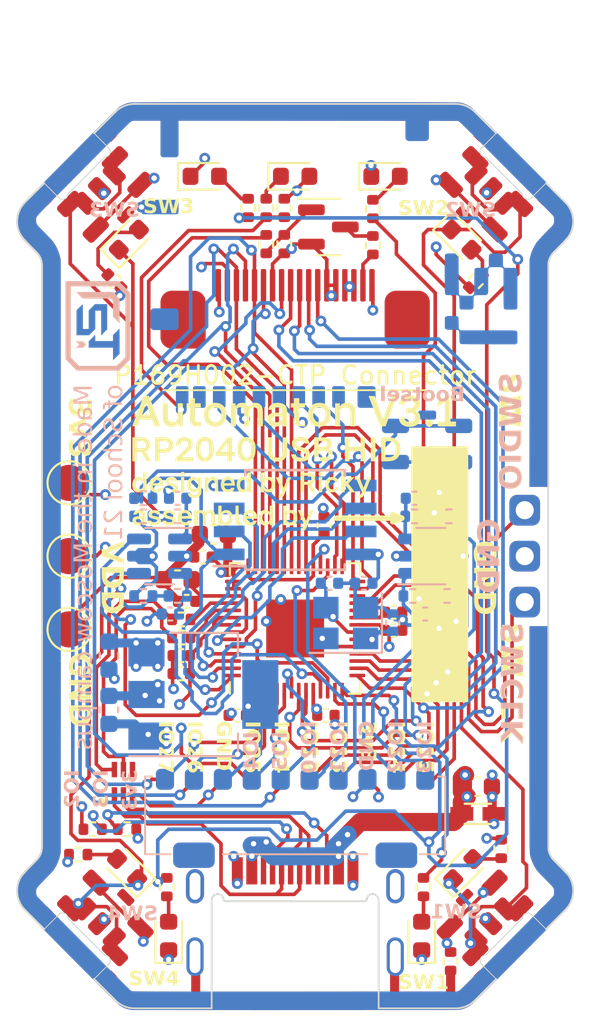
<source format=kicad_pcb>
(kicad_pcb (version 20221018) (generator pcbnew)
  (layers (0 "F.Cu" signal) (1 "In1.Cu" signal) (2 "In2.Cu" signal) (31 "B.Cu" signal) (34 "B.Paste" user) (35 "F.Paste" user) (36 "B.SilkS" user "B.Silkscreen") (37 "F.SilkS" user "F.Silkscreen") (38 "B.Mask" user) (39 "F.Mask" user) (44 "Edge.Cuts" user))
  (net 0 "")
  (net 1 "Net-(U3-D_2)")
  (net 2 "GND")
  (net 3 "+3V3")
  (net 4 "Vdd")
  (net 5 "Net-(U1-XIN)")
  (net 6 "Net-(U1-XOUT)")
  (net 7 "Net-(U3-D_1)")
  (net 8 "SHIELD")
  (net 10 "Net-(C22-Pad1)")
  (net 11 "SD_CS")
  (net 12 "MOSI")
  (net 13 "SCK")
  (net 14 "MISO")
  (net 16 "Net-(J2-Switch)")
  (net 17 "DISP_DC")
  (net 18 "D-")
  (net 19 "D+")
  (net 20 "DISP_CS")
  (net 21 "DISP_SPI_SCK")
  (net 22 "DISP_I2C_SDA")
  (net 23 "Net-(J1-CC1)")
  (net 25 "Net-(J1-CC2)")
  (net 27 "DISP_I2C_SCL")
  (net 28 "IO26")
  (net 29 "IO27")
  (net 30 "IO2")
  (net 31 "IO3")
  (net 32 "IO4")
  (net 33 "Net-(U1-~{QSPI_CS})")
  (net 34 "Net-(U1-USB_D-)")
  (net 35 "Net-(U1-USB_D+)")
  (net 36 "IO5")
  (net 37 "IO20")
  (net 38 "IO21")
  (net 39 "IO22")
  (net 40 "IO23")
  (net 41 "Net-(J7-Pin_2)")
  (net 42 "DISP_SPI_MOSI")
  (net 43 "DISP_RST")
  (net 47 "Net-(BOOTSEL1-A)")
  (net 48 "Net-(D7-K)")
  (net 49 "Net-(D6-K)")
  (net 50 "Net-(D5-K)")
  (net 51 "Net-(D8-K)")
  (net 52 "DISP_BK")
  (net 53 "Net-(Q1-G)")
  (net 54 "Net-(Q1-D)")
  (net 55 "LED_STATUS_GREEN")
  (net 56 "Net-(D10-A)")
  (net 57 "Net-(D3-K)")
  (net 58 "DBUG_SWCLK")
  (net 59 "DBUG_SWDIO")
  (net 60 "LED_STATUS_RED")
  (net 61 "Net-(D1-A)")
  (net 62 "Net-(D5-A)")
  (net 63 "Net-(D2-A)")
  (net 64 "Net-(D6-A)")
  (net 65 "Net-(D7-A)")
  (net 66 "Net-(D8-A)")
  (net 67 "Net-(C24-Pad1)")
  (net 68 "Net-(C25-Pad1)")
  (net 69 "Net-(C23-Pad1)")
  (net 70 "Net-(D9-A)")
  (net 71 "SW_4")
  (net 72 "SW_3")
  (net 73 "SW_2")
  (net 74 "Net-(U1-QSPI_SD3)")
  (net 75 "Net-(U1-QSPI_SCLK)")
  (net 76 "Net-(U1-QSPI_SD0)")
  (net 77 "Net-(U1-QSPI_SD2)")
  (net 78 "Net-(U1-QSPI_SD1)")
  (net 79 "SW_1")
  (net 80 "Net-(C15-Pad2)")
  (net 82 "Net-(U1-VREG_VOUT)")
  (footprint "LED_SMD:LED_0603_1608Metric" (layer "F.Cu") (at 0 -21)
    (fp_text reference "D3" hide)
    (fp_text value "CD_LED")
  )
  (footprint "TestPoint:TestPoint_Pad_D2.0mm" (layer "F.Cu") (at -12.5 0)
    (fp_text reference "TP2" hide)
    (fp_text value "TestPoint")
  )
  (footprint "Capacitor_SMD:C_0402_1005Metric" (layer "F.Cu") (at 1.7 8.8 180)
    (fp_text reference "C12" hide)
    (fp_text value "100nF")
  )
  (footprint "LED_SMD:LED_0603_1608Metric" (layer "F.Cu") (at -9.2 -17.5 45)
    (fp_text reference "D6" hide)
    (fp_text value "RED")
  )
  (footprint "_buttons:SWSIDE_SMD_PAN_EVPAE" (layer "F.Cu") (at -12.5 22 -45)
    (fp_text reference "SW13" hide)
    (fp_text value "SW_SPST")
    (fp_line (start -1.95 -1.14) (end -1.95 0) (stroke (width 0.05)) (layer "Edge.Cuts"))
    (fp_line (start 1.45 -1.35) (end -1.45 -1.35) (stroke (width 0.05)) (layer "Edge.Cuts"))
    (fp_line (start 1.95 0) (end 1.95 -1.14) (stroke (width 0.05)) (layer "Edge.Cuts"))
    (fp_arc (start -1.95 -1.14) (mid -1.770159 -1.412045) (end -1.45 -1.35) (stroke (width 0.05)) (layer "Edge.Cuts"))
    (fp_arc (start 1.45 -1.35) (mid 1.77016 -1.412048) (end 1.95 -1.14) (stroke (width 0.05)) (layer "Edge.Cuts"))
  )
  (footprint "LED_SMD:LED_0603_1608Metric" (layer "F.Cu") (at 5 -21)
    (fp_text reference "D10" hide)
    (fp_text value "GREEN")
  )
  (footprint "Capacitor_SMD:C_0402_1005Metric" (layer "F.Cu") (at 5.45 4.1 180)
    (fp_text reference "C13" hide)
    (fp_text value "100nF")
  )
  (footprint "Connector_PinHeader_2.54mm:PinHeader_1x03_P2.54mm_Vertical" (layer "F.Cu") (at 12.7 2.54 180)
    (fp_text reference "J3" hide)
    (fp_text value "DEBUG")
  )
  (footprint "Resistor_SMD:R_0402_1005Metric" (layer "F.Cu") (at -11.2 15.1 180)
    (fp_text reference "R2" hide)
    (fp_text value "5.1k")
  )
  (footprint "_buttons:SWSIDE_SMD_PAN_EVPAE" (layer "F.Cu") (at 12.5 22 45)
    (fp_text reference "SW8" hide)
    (fp_text value "SW_SPST")
    (fp_line (start -1.95 -1.14) (end -1.95 0) (stroke (width 0.05)) (layer "Edge.Cuts"))
    (fp_line (start 1.45 -1.35) (end -1.45 -1.35) (stroke (width 0.05)) (layer "Edge.Cuts"))
    (fp_line (start 1.95 0) (end 1.95 -1.14) (stroke (width 0.05)) (layer "Edge.Cuts"))
    (fp_arc (start -1.95 -1.14) (mid -1.770159 -1.412045) (end -1.45 -1.35) (stroke (width 0.05)) (layer "Edge.Cuts"))
    (fp_arc (start 1.45 -1.35) (mid 1.77016 -1.412048) (end 1.95 -1.14) (stroke (width 0.05)) (layer "Edge.Cuts"))
  )
  (footprint "Resistor_SMD:R_0402_1005Metric" (layer "F.Cu") (at -1.6 -17.25 -90)
    (fp_text reference "R8" hide)
    (fp_text value "150")
  )
  (footprint "LED_SMD:LED_0603_1608Metric" (layer "F.Cu") (at 9.2 -17.5 -45)
    (fp_text reference "D7" hide)
    (fp_text value "GREEN")
  )
  (footprint "Resistor_SMD:R_0402_1005Metric" (layer "F.Cu") (at -12 16.5 180)
    (fp_text reference "R31" hide)
    (fp_text value "150")
  )
  (footprint "Resistor_SMD:R_0402_1005Metric" (layer "F.Cu") (at 10 -15.2 -135)
    (fp_text reference "R30" hide)
    (fp_text value "150")
  )
  (footprint "Capacitor_SMD:C_0603_1608Metric" (layer "F.Cu") (at -6.5 1.3)
    (fp_text reference "C17" hide)
    (fp_text value "10uF")
  )
  (footprint "_conn:Conn_FPC_LW05201-18" (layer "F.Cu") (at 0 -14.975 180)
    (fp_text reference "J7" hide)
    (fp_text value "P169H002-CTP Connector")
  )
  (footprint "Package_TO_SOT_SMD:SOT-23" (layer "F.Cu") (at 1.8375 -18.2)
    (fp_text reference "Q1" hide)
    (fp_text value "AO3400A")
  )
  (footprint "Resistor_SMD:R_0402_1005Metric" (layer "F.Cu") (at -7.1 18.3 -90)
    (fp_text reference "R15" hide)
    (fp_text value "750")
  )
  (footprint "Resistor_SMD:R_0402_1005Metric" (layer "F.Cu") (at -6.3 3.5 180)
    (fp_text reference "R19" hide)
    (fp_text value "27.4")
  )
  (footprint "Capacitor_SMD:C_0402_1005Metric" (layer "F.Cu") (at -6 2.5)
    (fp_text reference "C16" hide)
    (fp_text value "100nF")
  )
  (footprint "Capacitor_SMD:C_0603_1608Metric" (layer "F.Cu") (at -4.5 -1.2)
    (fp_text reference "C14" hide)
    (fp_text value "10uF")
  )
  (footprint "_buttons:SW_SMD_TS-A007" (layer "F.Cu") (at 10.5 20 -135)
    (fp_text reference "REF**" hide)
    (fp_text value "SW_SMD_TS-A007")
  )
  (footprint "Resistor_SMD:R_0402_1005Metric" (layer "F.Cu") (at 11.4 16.19 90)
    (fp_text reference "R24" hide)
    (fp_text value "750")
  )
  (footprint "_buttons:SW_SMD_TS-A007" (layer "F.Cu") (at -10.5 20 135)
    (fp_text reference "REF**" hide)
    (fp_text value "SW_SMD_TS-A007")
  )
  (footprint "LED_SMD:LED_0603_1608Metric" (layer "F.Cu") (at -5 -21)
    (fp_text reference "D9" hide)
    (fp_text value "RED")
  )
  (footprint "Package_DFN_QFN:QFN-56-1EP_7x7mm_P0.4mm_EP3.2x3.2mm" (layer "F.Cu") (at 0 4 90)
    (fp_text reference "U1" hide)
    (fp_text value "RP2040")
  )
  (footprint "Resistor_SMD:R_0402_1005Metric" (layer "F.Cu") (at -6.3 4.5 180)
    (fp_text reference "R20" hide)
    (fp_text value "27.4")
  )
  (footprint "TestPoint:TestPoint_Pad_D2.0mm" (layer "F.Cu") (at -12.5 4.05)
    (fp_text reference "TP3" hide)
    (fp_text value "TestPoint")
  )
  (footprint "LED_SMD:LED_0603_1608Metric" (layer "F.Cu") (at -7 21 90)
    (fp_text reference "D1" hide)
    (fp_text value "RED")
  )
  (footprint "Resistor_SMD:R_0402_1005Metric" (layer "F.Cu") (at -0.6 -19.25 -90)
    (fp_text reference "R13" hide)
    (fp_text value "10k")
  )
  (footprint "Resistor_SMD:R_0402_1005Metric" (layer "F.Cu") (at -2.6 -19.25 90)
    (fp_text reference "R3" hide)
    (fp_text value "750")
  )
  (footprint "Capacitor_SMD:C_0402_1005Metric" (layer "F.Cu") (at 5.45 3.1 180)
    (fp_text reference "C15" hide)
    (fp_text value "100nF")
  )
  (footprint "Capacitor_SMD:C_0402_1005Metric" (layer "F.Cu") (at -6.3 6.5)
    (fp_text reference "C10" hide)
    (fp_text value "100nF")
  )
  (footprint "LED_SMD:LED_0603_1608Metric" (layer "F.Cu") (at -9.3 17.3 135)
    (fp_text reference "D8" hide)
    (fp_text value "ORANGE")
  )
  (footprint "Resistor_SMD:R_0402_1005Metric" (layer "F.Cu") (at 4.3 -17.19 90)
    (fp_text reference "R10" hide)
    (fp_text value "27.4")
  )
  (footprint "Resistor_SMD:R_0402_1005Metric" (layer "F.Cu") (at -10 -15.2 -45)
    (fp_text reference "R25" hide)
    (fp_text value "750")
  )
  (footprint "Resistor_SMD:R_0402_1005Metric" (layer "F.Cu") (at -1.6 -19.25 -90)
    (fp_text reference "R12" hide)
    (fp_text value "750")
  )
  (footprint "_buttons:SW_SMD_TS-A007" (layer "F.Cu") (at 10.5 -20 -45)
    (fp_text reference "REF**" hide)
    (fp_text value "SW_SMD_TS-A007")
  )
  (footprint "_buttons:SW_SMD_TS-A007" (layer "F.Cu") (at -10.5 -20 45)
    (fp_text reference "REF**" hide)
    (fp_text value "SW_SMD_TS-A007")
  )
  (footprint "Capacitor_SMD:C_0402_1005Metric" (layer "F.Cu") (at -5.1 0.05)
    (fp_text reference "C8" hide)
    (fp_text value "100nF")
  )
  (footprint "_usb:RUICHI_TYPE-C-16PF-020" (layer "F.Cu") (at 0 25)
    (fp_text reference "J1" hide)
    (fp_text value "USB_C_Receptacle_USB2.0")
    (fp_line (start -6 0) (end -4.62 0) (stroke (width 0.1)) (layer "Edge.Cuts"))
    (fp_line (start -4.62 0) (end -4.62 -5.92) (stroke (width 0.1)) (layer "Edge.Cuts"))
    (fp_line (start -3.82 -5.92) (end 3.82 -5.92) (stroke (width 0.1)) (layer "Edge.Cuts"))
    (fp_line (start 4.62 -5.92) (end 4.62 0) (stroke (width 0.1)) (layer "Edge.Cuts"))
    (fp_line (start 4.62 0) (end 6 0) (stroke (width 0.1)) (layer "Edge.Cuts"))
    (fp_arc (start -4.62 -5.92) (mid -4.540343 -6.18731) (end -4.295 -6.32) (stroke (width 0.1)) (layer "Edge.Cuts"))
    (fp_arc (start -4.295 -6.32) (mid -4.07451 -6.24731) (end -3.97 -6.04) (stroke (width 0.1)) (layer "Edge.Cuts"))
    (fp_arc (start -3.82 -5.92) (mid -3.919852 -5.948934) (end -3.97 -6.04) (stroke (width 0.1)) (layer "Edge.Cuts"))
    (fp_arc (start 3.97 -6.04) (mid 3.919853 -5.948934) (end 3.82 -5.92) (stroke (width 0.1)) (layer "Edge.Cuts"))
    (fp_arc (start 3.97 -6.04) (mid 4.07451 -6.24731) (end 4.295 -6.32) (stroke (width 0.1)) (layer "Edge.Cuts"))
    (fp_arc (start 4.295 -6.32) (mid 4.540343 -6.18731) (end 4.62 -5.92) (stroke (width 0.1)) (layer "Edge.Cuts"))
  )
  (footprint "_buttons:SWSIDE_SMD_PAN_EVPAE" (layer "F.Cu") (at -12.5 -22 -135)
    (fp_text reference "SW9" hide)
    (fp_text value "SW_SPST")
    (fp_line (start -1.95 -1.14) (end -1.95 0) (stroke (width 0.05)) (layer "Edge.Cuts"))
    (fp_line (start 1.45 -1.35) (end -1.45 -1.35) (stroke (width 0.05)) (layer "Edge.Cuts"))
    (fp_line (start 1.95 0) (end 1.95 -1.14) (stroke (width 0.05)) (layer "Edge.Cuts"))
    (fp_arc (start -1.95 -1.14) (mid -1.770159 -1.412045) (end -1.45 -1.35) (stroke (width 0.05)) (layer "Edge.Cuts"))
    (fp_arc (start 1.45 -1.35) (mid 1.77016 -1.412048) (end 1.95 -1.14) (stroke (width 0.05)) (layer "Edge.Cuts"))
  )
  (footprint "Capacitor_SMD:C_0402_1005Metric" (layer "F.Cu") (at -6.3 5.5)
    (fp_text reference "C9" hide)
    (fp_text value "100nF")
  )
  (footprint "Resistor_SMD:R_0402_1005Metric" (layer "F.Cu") (at -0.6 -17.25 -90)
    (fp_text reference "R9" hide)
    (fp_text value "10K")
  )
  (footprint "_conn:Conn_SPRING_10PIN" (layer "F.Cu") (at 0 12.915 180)
    (fp_text reference "J4" hide)
    (fp_text value "Spring_1")
  )
  (footprint "Capacitor_SMD:C_0402_1005Metric" (layer "F.Cu") (at 1.6 -1.7 -90)
    (fp_text reference "C7" hide)
    (fp_text value "100nF")
  )
  (footprint "V3_graphics:v3.1_copper" (layer "F.Cu") (at 13.309104 -22.184472)
    (fp_text reference "Ref**" hide)
    (fp_text value "Val**" hide)
  )
  (footprint "_buttons:SWSIDE_SMD_PAN_EVPAE" (layer "F.Cu") (at 12.5 -22 135)
    (fp_text reference "SW12" hide)
    (fp_text value "SW_SPST")
    (fp_line (start -1.95 -1.14) (end -1.95 0) (stroke (width 0.05)) (layer "Edge.Cuts"))
    (fp_line (start 1.45 -1.35) (end -1.45 -1.35) (stroke (width 0.05)) (layer "Edge.Cuts"))
    (fp_line (start 1.95 0) (end 1.95 -1.14) (stroke (width 0.05)) (layer "Edge.Cuts"))
    (fp_arc (start -1.95 -1.14) (mid -1.770159 -1.412045) (end -1.45 -1.35) (stroke (width 0.05)) (layer "Edge.Cuts"))
    (fp_arc (start 1.45 -1.35) (mid 1.77016 -1.412048) (end 1.95 -1.14) (stroke (width 0.05)) (layer "Edge.Cuts"))
  )
  (footprint "Resistor_SMD:R_0402_1005Metric" (layer "F.Cu") (at 4.3 -19.19 90)
    (fp_text reference "R4" hide)
    (fp_text value "150")
  )
  (footprint "Resistor_SMD:R_0402_1005Metric" (layer "F.Cu") (at 8.6 22.4 90)
    (fp_text reference "R11" hide)
    (fp_text value "1M")
  )
  (footprint "LED_SMD:LED_0603_1608Metric" (layer "F.Cu") (at 9.3 17.3 45)
    (fp_text reference "D5" hide)
    (fp_text value "BLUE")
  )
  (footprint "V3_graphics:V3.1_silk" (layer "F.Cu") (at -10.6 -3)
    (fp_text reference "Ref**" hide)
    (fp_text value "Val**" hide)
  )
  (footprint "Resistor_SMD:R_0402_1005Metric" (layer "F.Cu") (at -9.3 15.1)
    (fp_text reference "R1" hide)
    (fp_text value "5.1k(DNP)")
  )
  (footprint "LED_SMD:LED_0603_1608Metric" (layer "F.Cu") (at 7 21 90)
    (fp_text reference "D2" hide)
    (fp_text value "GREEN")
  )
  (footprint "Capacitor_SMD:C_0402_1005Metric" (layer "F.Cu") (at -3.2 8.8)
    (fp_text reference "C11" hide)
    (fp_text value "100nF")
  )
  (footprint "Resistor_SMD:R_0402_1005Metric" (layer "F.Cu") (at 7.1 18.3 -90)
    (fp_text reference "R16" hide)
    (fp_text value "150")
  )
  (footprint "Capacitor_SMD:C_0603_1608Metric" (layer "F.Cu") (at 10.11 12.75)
    (fp_text reference "C1" hide)
    (fp_text value "10uF")
  )
  (footprint "_chips:ESD_ECMF02-2AMX6" (layer "F.Cu") (at -9.5 12.5 90)
    (fp_text reference "U3" hide)
    (fp_text value "ECMF02-2AMX6" hide)
  )
  (footprint "TestPoint:TestPoint_Pad_D2.0mm" (layer "F.Cu") (at -12.5 -4.05)
    (fp_text reference "TP1" hide)
    (fp_text value "TestPoint")
  )
  (footprint "_basic:ESD_PGB1010603MR" (layer "F.Cu") (at 10.11 14.25 180)
    (fp_text reference "D4" hide)
    (fp_text value "D_TVS")
  )
  (footprint "_conn:SDCARD_KLS_L-KLS1-SD114-R" (layer "B.Cu") (at 0 -16.5)
    (fp_text reference "J2" hide)
    (fp_text value "Micro_SD_Card")
  )
  (footprint "Resistor_SMD:R_0402_1005Metric" (layer "B.Cu") (at -8.4 -2.2)
    (fp_text reference "R27" hide)
    (fp_text value "10k")
  )
  (footprint "Package_TO_SOT_SMD:SOT-23-6" (layer "B.Cu") (at -7.5 0 180)
    (fp_text reference "U8" hide)
    (fp_text value "SN74LVC2G17")
  )
  (footprint "Resistor_SMD:R_0402_1005Metric" (layer "B.Cu") (at 8.4 2.2 180)
    (fp_text reference "R26" hide)
    (fp_text value "10k")
  )
  (footprint "Resistor_SMD:R_0402_1005Metric" (layer "B.Cu") (at 8.5 -2.2 180)
    (fp_text reference "R32" hide)
    (fp_text value "10k")
  )
  (footprint "_conn:Conn_SPRING_10PIN" (layer "B.Cu") (at 0 12.915)
    (fp_text reference "J6" hide)
    (fp_text value "Spring_2")
  )
  (footprint "Resistor_SMD:R_0402_1005Metric" (layer "B.Cu") (at 6.6 -2.2)
    (fp_text reference "R34" hide)
    (fp_text value "10k")
  )
  (footprint "V3_graphics:LabLogo2_small" (layer "B.Cu") (at -12.7 -15.2 180)
    (fp_text reference "Ref**" hide)
    (fp_text value "Val**" hide)
  )
  (footprint "Package_TO_SOT_SMD:SOT-23-6" (layer "B.Cu") (at 7.5 0)
    (fp_text reference "U7" hide)
    (fp_text value "SN74LVC2G17")
  )
  (footprint "Capacitor_SMD:C_0402_1005Metric" (layer "B.Cu") (at 5.4 3.7 -90)
    (fp_text reference "C4" hide)
    (fp_text value "15pF")
  )
  (footprint "Package_TO_SOT_SMD:SOT-223-3_TabPin2" (layer "B.Cu") (at -5.075 7.65)
    (fp_text reference "U5" hide)
    (fp_text value "AMS1117-3.3")
  )
  (footprint "V3_graphics:School_Logo" (layer "B.Cu") (at 8.1524 -10.7126 -90)
    (fp_text reference "Ref**" hide)
    (fp_text value "Val**" hide)
  )
  (footprint "_buttons:SW_SMD_TS-A007" (layer "B.Cu") (at 7.3 -6.2 180)
    (fp_text reference "BOOTSEL1" hide)
    (fp_text value "BOOTSEL")
  )
  (footprint "Capacitor_SMD:C_0402_1005Metric" (layer "B.Cu") (at 6.6 -3.2)
    (fp_text reference "C24" hide)
    (fp_text value "100nF")
  )
  (footprint "Capacitor_SMD:C_0603_1608Metric" (layer "B.Cu") (at -10.3 8.5 -90)
    (fp_text reference "C3" hide)
    (fp_text value "10uF")
  )
  (footprint "Resistor_SMD:R_0402_1005Metric" (layer "B.Cu") (at -6.51 -2.2 180)
    (fp_text reference "R29" hide)
    (fp_text value "10k")
  )
  (footprint "Resistor_SMD:R_0402_1005Metric" (layer "B.Cu") (at -6.5 2.2 180)
    (fp_text reference "R35" hide)
    (fp_text value "10k")
  )
  (footprint "Capacitor_SMD:C_0402_1005Metric" (layer "B.Cu") (at -6.5 -3.2 180)
    (fp_text reference "C23" hide)
    (fp_text value "100nF")
  )
  (footprint "Resistor_SMD:R_0402_1005Metric" (layer "B.Cu") (at -8.4 -3.2)
    (fp_text reference "R22" hide)
    (fp_text value "1k")
  )
  (footprint "Capacitor_SMD:C_0402_1005Metric" (layer "B.Cu") (at 7.2 3.2)
    (fp_text reference "C22" hide)
    (fp_text value "100nF")
  )
  (footprint "Resistor_SMD:R_0402_1005Metric" (layer "B.Cu") (at -8.4 2.2)
    (fp_text reference "R33" hide)
    (fp_text value "10k")
  )
  (footprint "Capacitor_SMD:C_0402_1005Metric" (layer "B.Cu") (at -6.9 3.2 180)
    (fp_text reference "C25" hide)
    (fp_text value "100nF")
  )
  (footprint "Resistor_SMD:R_0402_1005Metric" (layer "B.Cu") (at 6.5 2.2)
    (fp_text reference "R28" hide)
    (fp_text value "10k")
  )
  (footprint "Capacitor_SMD:C_0603_1608Metric" (layer "B.Cu") (at -10.3 5.5 -90)
    (fp_text reference "C2" hide)
    (fp_text value "10uF")
  )
  (footprint "Capacitor_SMD:C_0402_1005Metric" (layer "B.Cu") (at 1.9 1.5 180)
    (fp_text reference "C5" hide)
    (fp_text value "15pF")
  )
  (footprint "Capacitor_SMD:C_0402_1005Metric" (layer "B.Cu") (at 3.8 1.5 180)
    (fp_text reference "C20" hide)
    (fp_text value "100nF")
  )
  (footprint "Crystal:Crystal_SMD_3225-4Pin_3.2x2.5mm" (layer "B.Cu") (at 2.8 3.7 180)
    (fp_text reference "Y1" hide)
    (fp_text value "Crystal_GND24_Small")
  )
  (footprint "Package_SO:SOIC-8W_5.3x5.3mm_P1.27mm" (layer "B.Cu") (at 0 -2)
    (fp_text reference "U2" hide)
    (fp_text value "W25Q128JVPIQ")
  )
  (gr_line (start 5.9 -2.1) (end 5.4 -2.3) (stroke (width 0.3)) (layer "F.SilkS"))
  (gr_line (start 2.3 -2.1) (end 5.9 -2.1) (stroke (width 0.3)) (layer "F.SilkS"))
  (gr_rect (start 6.5 -6) (end 9.5 8) (stroke (width 0.15)) (fill solid) (layer "F.SilkS"))
  (gr_line (start 5.4 -1.9) (end 5.9 -2.1) (stroke (width 0.3)) (layer "F.SilkS"))
  (gr_arc (start 14.93934 -19.56066) (mid 15.37868 -18.5) (end 14.93934 -17.43934) (stroke (width 0.1)) (layer "Edge.Cuts"))
  (gr_arc (start 14.305413 16.805413) (mid 14.079371 16.467124) (end 14 16.068081) (stroke (width 0.1)) (layer "Edge.Cuts"))
  (gr_line (start 9.93934 24.56066) (end 11.121142 23.378858) (stroke (width 0.1)) (layer "Edge.Cuts"))
  (gr_arc (start -14.93934 -17.43934) (mid -15.37868 -18.5) (end -14.93934 -19.56066) (stroke (width 0.1)) (layer "Edge.Cuts"))
  (gr_line (start 13.878858 20.621142) (end 14.93934 19.56066) (stroke (width 0.1)) (layer "Edge.Cuts"))
  (gr_arc (start 14.93934 17.43934) (mid 15.37868 18.5) (end 14.93934 19.56066) (stroke (width 0.1)) (layer "Edge.Cuts"))
  (gr_line (start -8.87868 25) (end -6 25) (stroke (width 0.1)) (layer "Edge.Cuts"))
  (gr_line (start 8.87868 -25) (end -8.87868 -25) (stroke (width 0.1)) (layer "Edge.Cuts"))
  (gr_line (start 14.93934 -19.56066) (end 13.878858 -20.621142) (stroke (width 0.1)) (layer "Edge.Cuts"))
  (gr_arc (start 8.87868 -25) (mid 9.452709 -24.885826) (end 9.93934 -24.56066) (stroke (width 0.1)) (layer "Edge.Cuts"))
  (gr_line (start -9.93934 -24.56066) (end -11.121142 -23.378858) (stroke (width 0.1)) (layer "Edge.Cuts"))
  (gr_line (start -11.121142 23.378858) (end -9.93934 24.56066) (stroke (width 0.1)) (layer "Edge.Cuts"))
  (gr_arc (start -14.93934 19.56066) (mid -15.37868 18.5) (end -14.93934 17.43934) (stroke (width 0.1)) (layer "Edge.Cuts"))
  (gr_line (start 14 16.068081) (end 14 -16.068081) (stroke (width 0.1)) (layer "Edge.Cuts"))
  (gr_arc (start 9.93934 24.56066) (mid 9.452704 24.885813) (end 8.87868 25) (stroke (width 0.1)) (layer "Edge.Cuts"))
  (gr_arc (start -8.87868 25) (mid -9.452705 24.885819) (end -9.93934 24.56066) (stroke (width 0.1)) (layer "Edge.Cuts"))
  (gr_arc (start 14 -16.068081) (mid 14.079371 -16.467124) (end 14.305413 -16.805413) (stroke (width 0.1)) (layer "Edge.Cuts"))
  (gr_line (start 11.121142 -23.378858) (end 9.93934 -24.56066) (stroke (width 0.1)) (layer "Edge.Cuts"))
  (gr_arc (start -14 16.068081) (mid -14.079374 16.467122) (end -14.305413 16.805413) (stroke (width 0.1)) (layer "Edge.Cuts"))
  (gr_line (start 14.305413 -16.805413) (end 14.93934 -17.43934) (stroke (width 0.1)) (layer "Edge.Cuts"))
  (gr_line (start -14.93934 -17.43934) (end -14.305413 -16.805413) (stroke (width 0.1)) (layer "Edge.Cuts"))
  (gr_arc (start -14.305413 -16.805413) (mid -14.079374 -16.467122) (end -14 -16.068081) (stroke (width 0.1)) (layer "Edge.Cuts"))
  (gr_line (start -14.93934 19.56066) (end -13.878858 20.621142) (stroke (width 0.1)) (layer "Edge.Cuts"))
  (gr_line (start 14.93934 17.43934) (end 14.305413 16.805413) (stroke (width 0.1)) (layer "Edge.Cuts"))
  (gr_line (start -13.878858 -20.621142) (end -14.93934 -19.56066) (stroke (width 0.1)) (layer "Edge.Cuts"))
  (gr_line (start 8.87868 25) (end 6 25) (stroke (width 0.1)) (layer "Edge.Cuts"))
  (gr_arc (start -9.93934 -24.56066) (mid -9.452705 -24.885819) (end -8.87868 -25) (stroke (width 0.1)) (layer "Edge.Cuts"))
  (gr_line (start -14 -16.068081) (end -14 16.068081) (stroke (width 0.1)) (layer "Edge.Cuts"))
  (gr_line (start -14.305413 16.805413) (end -14.93934 17.43934) (stroke (width 0.1)) (layer "Edge.Cuts"))
  (gr_text "GND" (at 10.8 0 -270) (layer "B.SilkS") (effects (font (size 1.2 1.2) (thickness 0.3) bold) (justify mirror)))
  (gr_text "GND" (at 4 9.1 -270) (layer "B.SilkS") (effects (font (size 0.8 0.8) (thickness 0.2) bold) (justify left mirror)))
  (gr_text "IO23" (at 7.2 9.1 90) (layer "B.SilkS") (effects (font (size 0.8 0.8) (thickness 0.2) bold) (justify left mirror)))
  (gr_text "SW1" (at 8.9 19.7) (layer "B.SilkS") (effects (font (size 0.8 0.8) (thickness 0.2) bold) (justify mirror)))
  (gr_text "SW4" (at -9 19.8) (layer "B.SilkS") (effects (font (size 0.8 0.8) (thickness 0.2) bold) (justify mirror)))
  (gr_text "IO20" (at 0.8 9.1 90) (layer "B.SilkS") (effects (font (size 0.8 0.8) (thickness 0.2) bold) (justify left mirror)))
  (gr_text "SWCLK" (at 12.1 7 -270) (layer "B.SilkS") (effects (font (size 1.2 1.2) (thickness 0.3) bold) (justify mirror)))
  (gr_text "3v3" (at -9.1 11.8 -270) (layer "B.SilkS") (effects (font (size 0.8 0.8) (thickness 0.2) bold) (justify left mirror)))
  (gr_text "IO21" (at 2.4 9.1 90) (layer "B.SilkS") (effects (font (size 0.8 0.8) (thickness 0.2) bold) (justify left mirror)))
  (gr_text "IO5" (at -0.8 9.7 90) (layer "B.SilkS") (effects (font (size 0.8 0.8) (thickness 0.2) bold) (justify left mirror)))
  (gr_text "IO4" (at -2.4 9.7 90) (layer "B.SilkS") (effects (font (size 0.8 0.8) (thickness 0.2) bold) (justify left mirror)))
  (gr_text "SW2" (at 9.7 -19.1) (layer "B.SilkS") (effects (font (size 0.8 0.8) (thickness 0.2) bold) (justify mirror)))
  (gr_text "IO22" (at 5.6 9.1 90) (layer "B.SilkS") (effects (font (size 0.8 0.8) (thickness 0.2) bold) (justify left mirror)))
  (gr_text "IO3" (at -10.7 11.8 90) (layer "B.SilkS") (effects (font (size 0.8 0.8) (thickness 0.2) bold) (justify left mirror)))
  (gr_text "IO2" (at -12.3 11.8 90) (layer "B.SilkS") (effects (font (size 0.8 0.8) (thickness 0.2) bold) (justify left mirror)))
  (gr_text "Bootsel" (at 9.4 -8.9) (layer "B.SilkS") (effects (font (size 0.8 0.8) (thickness 0.2) bold) (justify left mirror)))
  (gr_text "SW3" (at -10 -19.1) (layer "B.SilkS") (effects (font (size 0.8 0.8) (thickness 0.2) bold) (justify mirror)))
  (gr_text "SWDIO" (at 12 -6.9 -270) (layer "B.SilkS") (effects (font (size 1.2 1.2) (thickness 0.3) bold) (justify mirror)))
  (gr_text "Made in the Moscow campus\nof School 21" (at -9.4 -9.5 90) (layer "B.SilkS") (effects (font (size 1 1)) (justify left bottom mirror)))
  (gr_text "IO27" (at -7.2 9.1 270) (layer "F.SilkS") (effects (font (size 0.8 0.8) (thickness 0.2) bold) (justify left)))
  (gr_text "IO24" (at -0.8 9.1 270) (layer "F.SilkS") (effects (font (size 0.8 0.8) (thickness 0.2) bold) (justify left)))
  (gr_text "SW1" (at 7.1 23.6) (layer "F.SilkS") (effects (font (size 0.8 0.8) (thickness 0.2) bold)))
  (gr_text "SW2" (at 7.1 -19.2) (layer "F.SilkS") (effects (font (size 0.8 0.8) (thickness 0.2) bold)))
  (gr_text "SW4" (at -7.8 23.4) (layer "F.SilkS") (effects (font (size 0.8 0.8) (thickness 0.2) bold)))
  (gr_text "SWDIO" (at 11.8 -6.9 270) (layer "F.SilkS") (effects (font (size 1.2 1.2) (thickness 0.3) bold)))
  (gr_text "GND" (at 10.4 1.2 270) (layer "F.SilkS") (effects (font (size 1.2 1.2) (thickness 0.3) bold)))
  (gr_text "SWCLK" (at 11.9 7 270) (layer "F.SilkS") (effects (font (size 1.2 1.2) (thickness 0.3) bold)))
  (gr_text "3v3" (at 4 9.1 270) (layer "F.SilkS") (effects (font (size 0.8 0.8) (thickness 0.2) bold) (justify left)))
  (gr_text "GND" (at -12 7.4 270) (layer "F.SilkS") (effects (font (size 1.2 1.2) (thickness 0.3) bold)))
  (gr_text "SW3" (at -7 -19.3) (layer "F.SilkS") (effects (font (size 0.8 0.8) (thickness 0.2) bold)))
  (gr_text "IO12" (at 0.8 9.1 270) (layer "F.SilkS") (effects (font (size 0.8 0.8) (thickness 0.2) bold) (justify left)))
  (gr_text "IO13" (at 2.4 9.1 270) (layer "F.SilkS") (effects (font (size 0.8 0.8) (thickness 0.2) bold) (justify left)))
  (gr_text "3v3" (at -12 -7.1 270) (layer "F.SilkS") (effects (font (size 1.2 1.2) (thickness 0.3) bold)))
  (gr_text "IO14" (at 5.6 9.1 270) (layer "F.SilkS") (effects (font (size 0.8 0.8) (thickness 0.2) bold) (justify left)))
  (gr_text "IO15" (at 7.2 9.1 270) (layer "F.SilkS") (effects (font (size 0.8 0.8) (thickness 0.2) bold) (justify left)))
  (gr_text "GND" (at -4 9.1 270) (layer "F.SilkS") (effects (font (size 0.8 0.8) (thickness 0.2) bold) (justify left)))
  (gr_text "IO25" (at -2.4 9.1 270) (layer "F.SilkS") (effects (font (size 0.8 0.8) (thickness 0.2) bold) (justify left)))
  (gr_text "IO26" (at -5.6 9.1 270) (layer "F.SilkS") (effects (font (size 0.8 0.8) (thickness 0.2) bold) (justify left)))
  (gr_text "VDD" (at -10.2 1.2 270) (layer "F.SilkS") (effects (font (size 1.2 1.2) (thickness 0.3) bold)))
  (segment (start -9.234314 14) (end -8.389131 14) (width 0.2) (layer "F.Cu") (net 1))
  (segment (start -9.5 13.734314) (end -9.234314 14) (width 0.2) (layer "F.Cu") (net 1))
  (segment (start -9.5 13.2) (end -9.5 13.734314) (width 0.2) (layer "F.Cu") (net 1))
  (segment (start 0.3 15) (end 0.75 15.45) (width 0.2) (layer "F.Cu") (net 1))
  (segment (start -8.389131 14) (end -7.989131 14.4) (width 0.2) (layer "F.Cu") (net 1))
  (segment (start 0.3 15.85) (end 0.3 15) (width 0.2) (layer "F.Cu") (net 1))
  (segment (start -7.989131 14.4) (end -0.3 14.4) (width 0.2) (layer "F.Cu") (net 1))
  (segment (start 0.75 15.45) (end 0.75 17.4) (width 0.2) (layer "F.Cu") (net 1))
  (segment (start -0.3 14.4) (end 0.3 15) (width 0.2) (layer "F.Cu") (net 1))
  (segment (start -0.25 17.4) (end -0.25 16.4) (width 0.2) (layer "F.Cu") (net 1))
  (segment (start -0.25 16.4) (end 0.3 15.85) (width 0.2) (layer "F.Cu") (net 1))
  (segment (start 3.4375 5) (end 1 5) (width 0.2) (layer "F.Cu") (net 2))
  (segment (start -0.154817 -17.25) (end -1.25 -16.154817) (width 0.2) (layer "F.Cu") (net 2))
  (segment (start -6.725498 7.341689) (end -6.78 7.287187) (width 0.2) (layer "F.Cu") (net 2))
  (segment (start 10.9 12.1) (end 10.9 14.7) (width 0.5) (layer "F.Cu") (net 2))
  (segment (start -11.8 13.850728) (end -11.8 15.01) (width 0.2) (layer "F.Cu") (net 2))
  (segment (start -5.4 13.8005) (end -7.9995 13.8005) (width 0.2) (layer "F.Cu") (net 2))
  (segment (start 1.75 -16.4) (end 0.9 -17.25) (width 0.2) (layer "F.Cu") (net 2))
  (segment (start 2.25 -14.975) (end 1.75 -14.975) (width 0.2) (layer "F.Cu") (net 2))
  (segment (start -7.9995 13.8005) (end -8.6 13.2) (width 0.2) (layer "F.Cu") (net 2))
  (segment (start -1.25 -16.154817) (end -1.25 -14.975) (width 0.2) (layer "F.Cu") (net 2))
  (segment (start 4.3 -13.6) (end 4.3 -14.925) (width 0.2) (layer "F.Cu") (net 2))
  (segment (start 4.3 -14.925) (end 4.25 -14.975) (width 0.2) (layer "F.Cu") (net 2))
  (segment (start 1 5) (end 0 4) (width 0.2) (layer "F.Cu") (net 2))
  (segment (start -8.555456 20.53033) (end -8.703984 20.53033) (width 0.2) (layer "F.Cu") (net 2))
  (segment (start -8.703984 20.53033) (end -11.03033 18.203984) (width 0.2) (layer "F.Cu") (net 2))
  (segment (start -4.8 13.2005) (end -4 12.4005) (width 0.2) (layer "F.Cu") (net 2))
  (segment (start -8.79 15.51) (end -8.79 15.1) (width 0.2) (layer "F.Cu") (net 2))
  (segment (start -4.2 -13.5) (end -4.2 -14.925) (width 0.2) (layer "F.Cu") (net 2))
  (segment (start -5.275 -1.2) (end -5.275 -0.725) (width 0.5) (layer "F.Cu") (net 2))
  (segment (start -4.8 13.2005) (end -5.4 13.8005) (width 0.2) (layer "F.Cu") (net 2))
  (segment (start -8.6 13.2) (end -9 13.2) (width 0.2) (layer "F.Cu") (net 2))
  (segment (start 1.75 -14.975) (end 1.75 -16.4) (width 0.2) (layer "F.Cu") (net 2))
  (segment (start -12.5 4.05) (end -12.5 3.5) (width 0.2) (layer "F.Cu") (net 2))
  (segment (start -6.48 2.5) (end -6.48 2.32) (width 0.2) (layer "F.Cu") (net 2))
  (segment (start -6.48 2.32) (end -7.275 1.525) (width 0.2) (layer "F.Cu") (net 2))
  (segment (start -11.03033 -18.055456) (end -8.555456 -20.53033) (width 0.2) (layer "F.Cu") (net 2))
  (segment (start -7.275 1.275) (end -6 0) (width 0.5) (layer "F.Cu") (net 2))
  (segment (start 10.4 18.6) (end 10.4 18.685786) (width 0.2) (layer "F.Cu") (net 2))
  (segment (start -5 -21.7875) (end -5.7875 -21) (width 0.2) (layer "F.Cu") (net 2))
  (segment (start -6.78 7.287187) (end -6.78 5.5) (width 0.2) (layer "F.Cu") (net 2))
  (segment (start -7.3892 1.1858) (end -7.275 1.3) (width 0.2) (layer "F.Cu") (net 2))
  (segment (start -5 -22) (end -5 -21.7875) (width 0.2) (layer "F.Cu") (net 2))
  (segment (start -4.2 -14.925) (end -4.25 -14.975) (width 0.2) (layer "F.Cu") (net 2))
  (segment (start -10.1858 1.1858) (end -7.3892 1.1858) (width 0.2) (layer "F.Cu") (net 2))
  (segment (start 0.9 -17.25) (end -0.154817 -17.25) (width 0.2) (layer "F.Cu") (net 2))
  (segment (start 10.9 14.7) (end 11 14.8) (width 0.5) (layer "F.Cu") (net 2))
  (segment (start -7.275 1.525) (end -7.275 1.3) (width 0.2) (layer "F.Cu") (net 2))
  (segment (start -4 12.4005) (end -4 12.34) (width 0.2) (layer "F.Cu") (net 2))
  (segment (start 10.4 18.685786) (end 8.555456 20.53033) (width 0.2) (layer "F.Cu") (net 2))
  (segment (start 11.03033 -18.055456) (end 8.555456 -20.53033) (width 0.2) (layer "F.Cu") (net 2))
  (segment (start -12.5 3.5) (end -10.1858 1.1858) (width 0.2) (layer "F.Cu") (net 2))
  (segment (start -11.8 15.01) (end -11.71 15.1) (width 0.2) (layer "F.Cu") (net 2))
  (segment (start -7.275 1.3) (end -7.275 1.275) (width 0.5) (layer "F.Cu") (net 2))
  (segment (start -8.7 15.6) (end -8.79 15.51) (width 0.2) (layer "F.Cu") (net 2))
  (segment (start -5.275 -0.725) (end -6 0) (width 0.5) (layer "F.Cu") (net 2))
  (segment (start -11.03033 18.203984) (end -11.03033 18.055456) (width 0.2) (layer "F.Cu") (net 2))
  (via (at -7.8 -20.9) (size 0.6) (drill 0.3) (layers "F.Cu" "B.Cu") (net 2))
  (via (at 7.975839 -3.524161) (size 0.6) (drill 0.3) (layers "F.Cu" "B.Cu") (net 2))
  (via (at -8.4 21.3) (size 0.6) (drill 0.3) (layers "F.Cu" "B.Cu") (net 2))
  (via (at 3.2 18.2) (size 0.6) (drill 0.3) (layers "F.Cu" "B.Cu") (net 2))
  (via (at 1.550353 -2.649647) (size 0.6) (drill 0.3) (layers "F.Cu" "B.Cu") (net 2))
  (via (at 2.2 9.3) (size 0.6) (drill 0.3) (layers "F.Cu" "B.Cu") (net 2))
  (via (at -8.7 15.6) (size 0.6) (drill 0.3) (layers "F.Cu" "B.Cu") (net 2))
  (via (at -11.8 13.850728) (size 0.6) (drill 0.3) (layers "F.Cu" "B.Cu") (net 2))
  (via (at -7.1 9.6) (size 0.6) (drill 0.3) (layers "F.Cu" "B.Cu") (net 2))
  (via (at 3.2 13.3) (size 0.6) (drill 0.3) (layers "F.Cu" "B.Cu") (net 2))
  (via (at -4.5 -3.9) (size 0.6) (drill 0.3) (layers "F.Cu" "B.Cu") (net 2))
  (via (at -8.131139 9.856139) (size 0.6) (drill 0.3) (layers "F.Cu" "B.Cu") (net 2))
  (via (at -0.2 -17) (size 0.6) (drill 0.3) (layers "F.Cu" "B.Cu") (net 2))
  (via (at 4.2 -21.6) (size 0.6) (drill 0.3) (layers "F.Cu" "B.Cu") (net 2))
  (via (at -0.8 2.4) (size 0.6) (drill 0.3) (layers "F.Cu" "B.Cu") (net 2))
  (via (at 10.4 18.6) (size 0.6) (drill 0.3) (layers "F.Cu" "B.Cu") (net 2))
  (via (at -4.8 13.2005) (size 0.6) (drill 0.3) (layers "F.Cu" "B.Cu") (net 2))
  (via (at -8.5 -19.3) (size 0.6) (drill 0.3) (layers "F.Cu" "B.Cu") (net 2))
  (via (at -3.525183 8.678203) (size 0.6) (drill 0.3) (layers "F.Cu" "B.Cu") (net 2))
  (via (at 11 14.8) (size 0.6) (drill 0.3) (layers "F.Cu" "B.Cu") (net 2))
  (via (at -10.573911 20.073911) (size 0.6) (drill 0.3) (layers "F.Cu" "B.Cu") (net 2))
  (via (at 8.4 21.4) (size 0.6) (drill 0.3) (layers "F.Cu" "B.Cu") (net 2))
  (via (at -8.2 3.6) (size 0.6) (drill 0.3) (layers "F.Cu" "B.Cu") (net 2))
  (via (at -7 22.3) (size 0.6) (drill 0.3) (layers "F.Cu" "B.Cu") (net 2))
  (via (at -10.584822 -20.063001) (size 0.6) (drill 0.3) (layers "F.Cu" "B.Cu") (net 2))
  (via (at 5.6 0) (size 0.6) (drill 0.3) (layers "F.Cu" "B.Cu") (net 2))
  (via (at 10.9 13.3) (size 0.6) (drill 0.3) (layers "F.Cu" "B.Cu") (net 2))
  (via (at 7.8 -20.8) (size 0.6) (drill 0.3) (layers "F.Cu" "B.Cu") (net 2))
  (via (at 10.9 12.1) (size 0.6) (drill 0.3) (layers "F.Cu" "B.Cu") (net 2))
  (via (at 2 -14.4) (size 0.6) (drill 0.3) (layers "F.Cu" "B.Cu") (net 2))
  (via (at 7 22.3) (size 0.6) (drill 0.3) (layers "F.Cu" "B.Cu") (net 2))
  (via (at 1.5 4.55) (size 0.6) (drill 0.3) (layers "F.Cu" "B.Cu") (net 2))
  (via (at -6.725498 7.341689) (size 0.6) (drill 0.3) (layers "F.Cu" "B.Cu") (net 2))
  (via (at -6 0) (size 0.6) (drill 0.3) (layers "F.Cu" "B.Cu") (net 2))
  (via (at -5 -22) (size 0.6) (drill 0.3) (layers "F.Cu" "B.Cu") (net 2))
  (via (at -3.4 16.6) (size 0.6) (drill 0.3) (layers "F.Cu" "B.Cu") (net 2))
  (via (at 10.523911 20.023911) (size 0.6) (drill 0.3) (layers "F.Cu" "B.Cu") (net 2))
  (via (at 3.2 16.6) (size 0.6) (drill 0.3) (layers "F.Cu" "B.Cu") (net 2))
  (via (at -7.136661 10.363839) (size 0.6) (drill 0.3) (layers "F.Cu" "B.Cu") (net 2))
  (via (at 10.590453 -20.090465) (size 0.6) (drill 0.3) (layers "F.Cu" "B.Cu") (net 2))
  (via (at -4.2 -13.5) (size 0.6) (drill 0.3) (layers "F.Cu" "B.Cu") (net 2))
  (via (at 5.938755 3.511951) (size 0.6) (drill 0.3) (layers "F.Cu" "B.Cu") (net 2))
  (via (at -1.595592 3.6) (size 0.6) (drill 0.3) (layers "F.Cu" "B.Cu") (net 2))
  (via (at -2.8 -7.6) (size 0.6) (drill 0.3) (layers "F.Cu" "B.Cu") (net 2))
  (via (at -3.2 18.1005) (size 0.6) (drill 0.3) (layers "F.Cu" "B.Cu") (net 2))
  (via (at 4.3 -13.6) (size 0.6) (drill 0.3) (layers "F.Cu" "B.Cu") (net 2))
  (via (at -7 -3.6005) (size 0.6) (drill 0.3) (layers "F.Cu" "B.Cu") (net 2))
  (via (at -9.9995 6.7755) (size 0.6) (drill 0.3) (layers "F.Cu" "B.Cu") (net 2))
  (segment (start 3.32 2.47) (end 3.32 1.5) (width 0.2) (layer "B.Cu") (net 2))
  (segment (start -7.8 3.2) (end -8.2 3.6) (width 0.2) (layer "B.Cu") (net 2))
  (segment (start -10.3 9.275) (end -8.9 9.275) (width 0.5) (layer "B.Cu") (net 2))
  (segment (start 6.236804 3.81) (end 7.07 3.81) (width 0.2) (layer "B.Cu") (net 2))
  (segment (start -8.9 9.275) (end -8.225 9.95) (width 0.5) (layer "B.Cu") (net 2))
  (segment (start 7.404161 -3.524161) (end 7.08 -3.2) (width 0.2) (layer "B.Cu") (net 2))
  (segment (start -7.38 3.2) (end -7.8 3.2) (width 0.2) (layer "B.Cu") (net 2))
  (segment (start 5.938755 3.511951) (end 5.541951 3.511951) (width 0.2) (layer "B.Cu") (net 2))
  (segment (start 3.7 2.85) (end 3.32 2.47) (width 0.2) (layer "B.Cu") (net 2))
  (segment (start 4.88 2.85) (end 3.7 2.85) (width 0.2) (layer "B.Cu") (net 2))
  (segment (start 6.3625 0) (end 6.2675 -0.095) (width 0.2) (layer "B.Cu") (net 2))
  (segment (start 9.05 -5.2) (end 9.05 -4.598322) (width 0.2) (layer "B.Cu") (net 2))
  (segment (start -3.1 -8.8) (end -3.1 -7.9) (width 0.2) (layer "B.Cu") (net 2))
  (segment (start 3.32 1.5) (end 2.38 1.5) (width 0.2) (layer "B.Cu") (net 2))
  (segment (start 5.938755 3.511951) (end 6.236804 3.81) (width 0.2) (layer "B.Cu") (net 2))
  (segment (start -3.1 -7.9) (end -2.8 -7.6) (width 0.2) (layer "B.Cu") (net 2))
  (segment (start 5.541951 3.511951) (end 4.88 2.85) (width 0.2) (layer "B.Cu") (net 2))
  (segment (start 4 12.5) (end 3.2 13.3) (width 0.2) (layer "B.Cu") (net 2))
  (segment (start 7.07 3.81) (end 7.68 3.2) (width 0.2) (layer "B.Cu") (net 2))
  (segment (start 4 12.34) (end 4 12.5) (width 0.2) (layer "B.Cu") (net 2))
  (segment (start 6.3625 0) (end 6.013604 0) (width 0.2) (layer "B.Cu") (net 2))
  (segment (start 9.05 -5.2) (end 5.55 -5.2) (width 0.2) (layer "B.Cu") (net 2))
  (segment (start 9.05 -4.598322) (end 7.975839 -3.524161) (width 0.2) (layer "B.Cu") (net 2))
  (segment (start 7.975839 -3.524161) (end 7.404161 -3.524161) (width 0.2) (layer "B.Cu") (net 2))
  (segment (start -4.5 3.7) (end -4.2 3.4) (width 0.2) (layer "F.Cu") (net 3))
  (segment (start -5.22 4.9) (end -5.22 4.62) (width 0.2) (layer "F.Cu") (net 3))
  (segment (start -5.82 6.5) (end -5.82 5.5) (width 0.2) (layer "F.Cu") (net 3))
  (segment (start -2.6 7.4375) (end -2.6 8.3) (width 0.2) (layer "F.Cu") (net 3))
  (segment (start 5.2 4.33) (end 4.97 4.1) (width 0.2) (layer "F.Cu") (net 3))
  (segment (start 1 7.4375) (end 1 8.58) (width 0.2) (layer "F.Cu") (net 3))
  (segment (start -3.7 0.9) (end -3.4 0.6) (width 0.5) (layer "F.Cu") (net 3))
  (segment (start -2.6 0.5625) (end -2.6 1.1) (width 0.2) (layer "F.Cu") (net 3))
  (segment (start -5.82 7.6205) (end -5.82 6.5) (width 0.2) (layer "F.Cu") (net 3))
  (segment (start 4.97 4.1) (end 4.67 3.8) (width 0.2) (layer "F.Cu") (net 3))
  (segment (start 1 8.58) (end 1.22 8.8) (width 0.2) (layer "F.Cu") (net 3))
  (segment (start -3.4 0.6) (end -3.4 1.7625) (width 0.2) (layer "F.Cu") (net 3))
  (segment (start -4.01967 -16.175) (end -3.75 -15.90533) (width 0.2) (layer "F.Cu") (net 3))
  (segment (start 4.611794 13.321397) (end 4.611794 12.951794) (width 0.2) (layer "F.Cu") (net 3))
  (segment (start 10.601089 15.601089) (end 11.321089 15.601089) (width 0.2) (layer "F.Cu") (net 3))
  (segment (start -3.725 0.525) (end -4.1 0.9) (width 0.5) (layer "F.Cu") (net 3))
  (segment (start -4.5 3.9) (end -4.4 3.8) (width 0.2) (layer "F.Cu") (net 3))
  (segment (start 1 -0.62) (end 1 0.5625) (width 0.2) (layer "F.Cu") (net 3))
  (segment (start 11.321089 15.601089) (end 11.4 15.68) (width 0.2) (layer "F.Cu") (net 3))
  (segment (start -2.6 1.1) (end -2.4 1.3) (width 0.2) (layer "F.Cu") (net 3))
  (segment (start 0.794975 1.3) (end 1 1.094975) (width 0.2) (layer "F.Cu") (net 3))
  (segment (start -4.5 3.9) (end -4.5 3.7) (width 0.2) (layer "F.Cu") (net 3))
  (segment (start -3.4 1.7625) (end -3.4375 1.8) (width 0.2) (layer "F.Cu") (net 3))
  (segment (start -4.996 -16.175) (end -4.01967 -16.175) (width 0.2) (layer "F.Cu") (net 3))
  (segment (start -3.4 0.6) (end -2.6375 0.6) (width 0.2) (layer "F.Cu") (net 3))
  (segment (start -0.4525 -19.76) (end 0.7875 -21) (width 0.2) (layer "F.Cu") (net 3))
  (segment (start -3.75 -15.90533) (end -3.75 -14.975) (width 0.2) (layer "F.Cu") (net 3))
  (segment (start -6.4 8.2005) (end -5.82 7.6205) (width 0.2) (layer "F.Cu") (net 3))
  (segment (start 4.611794 12.951794) (end 4 12.34) (width 0.2) (layer "F.Cu") (net 3))
  (segment (start -11.85 -3.4) (end -10.5005 -3.4) (width 0.2) (layer "F.Cu") (net 3))
  (segment (start -5.22 4.62) (end -4.5 3.9) (width 0.2) (layer "F.Cu") (net 3))
  (segment (start 7.8 -16.678752) (end 9.639376 -14.839376) (width 0.2) (layer "F.Cu") (net 3))
  (segment (start -2.6375 0.6) (end -2.6 0.5625) (width 0.2) (layer "F.Cu") (net 3))
  (segment (start -3.725 -1.2) (end -3.725 0.525) (width 0.5) (layer "F.Cu") (net 3))
  (segment (start -2.4 1.3) (end 0.794975 1.3) (width 0.2) (layer "F.Cu") (net 3))
  (segment (start 1 1.094975) (end 1 0.5625) (width 0.2) (layer "F.Cu") (net 3))
  (segment (start 1.6 -1.22) (end 1 -0.62) (width 0.2) (layer "F.Cu") (net 3))
  (segment (start -4.1 0.9) (end -3.7 0.9) (width 0.5) (layer "F.Cu") (net 3))
  (segment (start -4.2 3.4) (end -3.4375 3.4) (width 0.2) (layer "F.Cu") (net 3))
  (segment (start -4.1 0.57) (end -4.62 0.05) (width 0.2) (layer "F.Cu") (net 3))
  (segment (start -4.1 0.9) (end -4.1 0.57) (width 0.2) (layer "F.Cu") (net 3))
  (segment (start -0.6 -19.76) (end -0.4525 -19.76) (width 0.2) (layer "F.Cu") (net 3))
  (segment (start -5.82 5.5) (end -5.22 4.9) (width 0.2) (layer "F.Cu") (net 3))
  (segment (start -2.6 8.3) (end -2.6 8.62) (width 0.2) (layer "F.Cu") (net 3))
  (segment (start 5.2 5) (end 5.2 4.33) (width 0.2) (layer "F.Cu") (net 3))
  (segment (start -12.5 -4.05) (end -11.85 -3.4) (width 0.2) (layer "F.Cu") (net 3))
  (segment (start -5.1855 -15.9855) (end -4.996 -16.175) (width 0.2) (layer "F.Cu") (net 3))
  (segment (start -4.4 3.8) (end -3.4375 3.8) (width 0.2) (layer "F.Cu") (net 3))
  (segment (start 7.8 -17.1) (end 7.8 -16.678752) (width 0.2) (layer "F.Cu") (net 3))
  (segment (start -2.6 8.62) (end -2.75 8.77) (width 0.2) (layer "F.Cu") (net 3))
  (segment (start 4.67 3.8) (end 3.4375 3.8) (width 0.2) (layer "F.Cu") (net 3))
  (via (at -9.7 -14.4) (size 0.6) (drill 0.3) (layers "F.Cu" "B.Cu") (net 3))
  (via (at 4.611794 13.321397) (size 0.6) (drill 0.3) (layers "F.Cu" "B.Cu") (net 3))
  (via (at -8.3 7.7) (size 0.6) (drill 0.3) (layers "F.Cu" "B.Cu") (net 3))
  (via (at -7.9 0) (size 0.6) (drill 0.3) (layers "F.Cu" "B.Cu") (net 3))
  (via (at 9.3005 0) (size 0.6) (drill 0.3) (layers "F.Cu" "B.Cu") (net 3))
  (via (at -5.1855 -15.9855) (size 0.6) (drill 0.3) (layers "F.Cu" "B.Cu") (net 3))
  (via (at -4.1 0.9) (size 0.6) (drill 0.3) (layers "F.Cu" "B.Cu") (net 3))
  (via (at -7.5 8) (size 0.6) (drill 0.3) (layers "F.Cu" "B.Cu") (net 3))
  (via (at 5.2 5) (size 0.6) (drill 0.3) (layers "F.Cu" "B.Cu") (net 3))
  (via (at -6.4 8.2005) (size 0.6) (drill 0.3) (layers "F.Cu" "B.Cu") (net 3))
  (via (at -7.6 7.0995) (size 0.6) (drill 0.3) (layers "F.Cu" "B.Cu") (net 3))
  (via (at 1.1895 8.449729) (size 0.6) (drill 0.3) (layers "F.Cu" "B.Cu") (net 3))
  (via (at -12.586845 16.904685) (size 0.6) (drill 0.3) (layers "F.Cu" "B.Cu") (net 3))
  (via (at 3 -14.9) (size 0.6) (drill 0.3) (layers "F.Cu" "B.Cu") (net 3))
  (via (at 0.1 -20.2) (size 0.6) (drill 0.3) (layers "F.Cu" "B.Cu") (net 3))
  (via (at 10.601089 15.601089) (size 0.6) (drill 0.3) (layers "F.Cu" "B.Cu") (net 3))
  (via (at -10.5005 -3.4) (size 0.6) (drill 0.3) (layers "F.Cu" "B.Cu") (net 3))
  (via (at -2.6 8.3) (size 0.6) (drill 0.3) (layers "F.Cu" "B.Cu") (net 3))
  (via (at 0.4 -7.4) (size 0.6) (drill 0.3) (layers "F.Cu" "B.Cu") (net 3))
  (via (at 7.8 -17.1) (size 0.6) (drill 0.3) (layers "F.Cu" "B.Cu") (net 3))
  (via (at 4.6 -0.1) (size 0.6) (drill 0.3) (layers "F.Cu" "B.Cu") (net 3))
  (segment (start -7.938604 0.35) (end -8.636396 0.35) (width 0.2) (layer "B.Cu") (net 3))
  (segment (start -8.636396 -0.35) (end -8.986396 0) (width 0.2) (layer "B.Cu") (net 3))
  (segment (start 8.88 2.23) (end 8.91 2.2) (width 0.2) (layer "B.Cu") (net 3))
  (segment (start -8.26 -1.55) (end -7.938604 -1.55) (width 0.2) (layer "B.Cu") (net 3))
  (segment (start 9.01 -2.2) (end 8.36 -1.55) (width 0.2) (layer "B.Cu") (net 3))
  (segment (start 4.6 1.18) (end 4.28 1.5) (width 0.2) (layer "B.Cu") (net 3))
  (segment (start 7.675 -0.613604) (end 7.938604 -0.35) (width 0.2) (layer "B.Cu") (net 3))
  (segment (start 8.6375 -0.35) (end 8.6375 0.35) (width 0.2) (layer "B.Cu") (net 3))
  (segment (start 7.675 -1.286396) (end 7.675 -0.613604) (width 0.2) (layer "B.Cu") (net 3))
  (segment (start -8.91 2.2) (end -8.26 1.55) (width 0.2) (layer "B.Cu") (net 3))
  (segment (start -7.938604 -1.55) (end -7.675 -1.286396) (width 0.2) (layer "B.Cu") (net 3))
  (segment (start -1.925 10.925) (end -1.925 7.65) (width 0.2) (layer "B.Cu") (net 3))
  (segment (start 8.6375 0.35) (end 7.938604 0.35) (width 0.2) (layer "B.Cu") (net 3))
  (segment (start -3.752817 12.34) (end -2.877817 11.465) (width 0.2) (layer "B.Cu") (net 3))
  (segment (start -4 12.34) (end -3.752817 12.34) (width 0.2) (layer "B.Cu") (net 3))
  (segment (start 4.6 -0.1) (end 4.6 1.18) (width 0.2) (layer "B.Cu") (net 3))
  (segment (start 8.26 1.55) (end 8.91 2.2) (width 0.2) (layer "B.Cu") (net 3))
  (segment (start -7.675 -1.286396) (end -7.675 -0.613604) (width 0.2) (layer "B.Cu") (net 3))
  (segment (start -2.877817 11.465) (end -2.465 11.465) (width 0.2) (layer "B.Cu") (net 3))
  (segment (start 7.938604 0.35) (end 7.675 0.613604) (width 0.2) (layer "B.Cu") (net 3))
  (segment (start -7.938604 1.55) (end -7.675 1.286396) (width 0.2) (layer "B.Cu") (net 3))
  (segment (start -2.465 11.465) (end -1.925 10.925) (width 0.2) (layer "B.Cu") (net 3))
  (segment (start -8.3 7.725) (end -10.3 7.725) (width 0.5) (layer "B.Cu") (net 3))
  (segment (start -7.675 1.286396) (end -7.675 0.613604) (width 0.2) (layer "B.Cu") (net 3))
  (segment (start 7.938604 -0.35) (end 8.6375 -0.35) (width 0.2) (layer "B.Cu") (net 3))
  (segment (start 7.938604 -1.55) (end 7.675 -1.286396) (width 0.2) (layer "B.Cu") (net 3))
  (segment (start 7.675 0.613604) (end 7.675 1.286396) (width 0.2) (layer "B.Cu") (net 3))
  (segment (start -7.938604 -0.35) (end -8.636396 -0.35) (width 0.2) (layer "B.Cu") (net 3))
  (segment (start -7.675 -0.613604) (end -7.938604 -0.35) (width 0.2) (layer "B.Cu") (net 3))
  (segment (start -7.675 0.613604) (end -7.938604 0.35) (width 0.2) (layer "B.Cu") (net 3))
  (segment (start -0.9 -8.587244) (end -0.9 -8.8) (width 0.2) (layer "B.Cu") (net 3))
  (segment (start -8.986396 0) (end -8.6375 0) (width 0.2) (layer "B.Cu") (net 3))
  (segment (start 8.36 -1.55) (end 7.938604 -1.55) (width 0.2) (layer "B.Cu") (net 3))
  (segment (start 7.938604 1.55) (end 8.26 1.55) (width 0.2) (layer "B.Cu") (net 3))
  (segment (start -8.225 7.65) (end -8.3 7.725) (width 0.5) (layer "B.Cu") (net 3))
  (segment (start -8.26 1.55) (end -7.938604 1.55) (width 0.2) (layer "B.Cu") (net 3))
  (segment (start -8.91 -2.2) (end -8.26 -1.55) (width 0.2) (layer "B.Cu") (net 3))
  (segment (start 7.675 1.286396) (end 7.938604 1.55) (width 0.2) (layer "B.Cu") (net 3))
  (segment (start 0.4 -7.4) (end 0.287244 -7.4) (width 0.2) (layer "B.Cu") (net 3))
  (segment (start 0.287244 -7.4) (end -0.9 -8.587244) (width 0.2) (layer "B.Cu") (net 3))
  (segment (start -8.636396 0.35) (end -8.986396 0) (width 0.2) (layer "B.Cu") (net 3))
  (segment (start 9.4 12.1) (end 9.4 12.685) (width 0.5) (layer "F.Cu") (net 4))
  (segment (start 2.9 15.4) (end 3.6 14.7) (width 1) (layer "F.Cu") (net 4))
  (segment (start 9.22 12.28) (end 9.4 12.1) (width 1) (layer "F.Cu") (net 4))
  (segment (start 2.4 15.9) (end 2.9 15.4) (width 0.5) (layer "F.Cu") (net 4))
  (segment (start 9.22 13.02) (end 9.22 12.28) (width 1) (layer "F.Cu") (net 4))
  (segment (start -2.4 17.4) (end -2.4 16) (width 0.5) (layer "F.Cu") (net 4))
  (segment (start 3.05 15.25) (end 2.9 15.4) (width 1) (layer "F.Cu") (net 4))
  (segment (start 9.5 13.3) (end 9.22 13.02) (width 1) (layer "F.Cu") (net 4))
  (segment (start -11 0) (end -12.5 0) (width 0.2) (layer "F.Cu") (net 4))
  (segment (start 9.5 13.3) (end 9.22 13.58) (width 1) (layer "F.Cu") (net 4))
  (segment (start -10.5 -0.5) (end -11 0) (width 0.2) (layer "F.Cu") (net 4))
  (segment (start 3.6 14.7) (end 8.77 14.7) (width 1) (layer "F.Cu") (net 4))
  (segment (start 9.22 13.58) (end 9.22 14.25) (width 1) (layer "F.Cu") (net 4))
  (segment (start -2.4 16) (end -2.3 15.9) (width 0.5) (layer "F.Cu") (net 4))
  (segment (start 8.77 14.7) (end 9.22 14.25) (width 1) (layer "F.Cu") (net 4))
  (segment (start 9.4 12.685) (end 9.335 12.75) (width 0.5) (layer "F.Cu") (net 4))
  (segment (start 2.4 17.4) (end 2.4 15.9) (width 0.5) (layer "F.Cu") (net 4))
  (via (at -7.6 4.7995) (size 0.6) (drill 0.3) (layers "F.Cu" "B.Cu") (net 4))
  (via (at 9.5 13.3) (size 0.6) (drill 0.3) (layers "F.Cu" "B.Cu") (net 4))
  (via (at 2.9 15.4) (size 0.6) (drill 0.3) (layers "F.Cu" "B.Cu") (net 4))
  (via (at 2.4 16.6) (size 0.6) (drill 0.3) (layers "F.Cu" "B.Cu") (net 4))
  (via (at -2.3 15.9) (size 0.6) (drill 0.3) (layers "F.Cu" "B.Cu") (net 4))
  (via (at -8.8 4.7995) (size 0.6) (drill 0.3) (layers "F.Cu" "B.Cu") (net 4))
  (via (at -10.5 -0.5) (size 0.6) (drill 0.3) (layers "F.Cu" "B.Cu") (net 4))
  (via (at -7.6 6.1) (size 0.6) (drill 0.3) (layers "F.Cu" "B.Cu") (net 4))
  (via (at -8.8 6.1) (size 0.6) (drill 0.3) (layers "F.Cu" "B.Cu") (net 4))
  (via (at 9.4 12.1) (size 0.6) (drill 0.3) (layers "F.Cu" "B.Cu") (net 4))
  (via (at -2.395645 16.588044) (size 0.6) (drill 0.3) (layers "F.Cu" "B.Cu") (net 4))
  (via (at 2.4 15.9) (size 0.6) (drill 0.3) (layers "F.Cu" "B.Cu") (net 4))
  (via (at -1.6 15.8) (size 0.6) (drill 0.3) (layers "F.Cu" "B.Cu") (net 4))
  (segment (start -2.4 16) (end -1.8 16) (width 1) (layer "B.Cu") (net 4))
  (segment (start -1.799999 16) (end -1.558155 16.241844) (width 1) (layer "B.Cu") (net 4))
  (segment (start 2.4 16.6) (end 2.4 15.9) (width 0.5) (layer "B.Cu") (net 4))
  (segment (start -2.3 15.9) (end -2.4 16) (width 0.5) (layer "B.Cu") (net 4))
  (segment (start 2.2 16.1) (end 2.9 15.4) (width 1) (layer "B.Cu") (net 4))
  (segment (start -1.2 16.6) (end 2.2 16.6) (width 1) (layer "B.Cu") (net 4))
  (segment (start -10.2255 4.7995) (end -7.6 4.7995) (width 0.5) (layer "B.Cu") (net 4))
  (segment (start -1.558155 16.241844) (end -2.049445 16.241844) (width 0.5) (layer "B.Cu") (net 4))
  (segment (start 2.2 16.6) (end 2.2 16.1) (width 1) (layer "B.Cu") (net 4))
  (segment (start -2.4 16) (end -1.799999 16) (width 1) (layer "B.Cu") (net 4))
  (segment (start -2.049445 16.241844) (end -2.395645 16.588044) (width 0.5) (layer "B.Cu") (net 4))
  (segment (start -1.8 16) (end -1.2 16.6) (width 1) (layer "B.Cu") (net 4))
  (segment (start -10.3 4.725) (end -10.2255 4.7995) (width 0.5) (layer "B.Cu") (net 4))
  (segment (start 4.254794 4.607614) (end 4.24718 4.6) (width 0.2) (layer "F.Cu") (net 5))
  (segment (start 4.24718 4.6) (end 3.4375 4.6) (width 0.2) (layer "F.Cu") (net 5))
  (via (at 4.254794 4.607614) (size 0.6) (drill 0.3) (layers "F.Cu" "B.Cu") (net 5))
  (segment (start 4.254794 4.607614) (end 4.682408 4.18) (width 0.2) (layer "B.Cu") (net 5))
  (segment (start 4.254794 4.607614) (end 4.19718 4.55) (width 0.2) (layer "B.Cu") (net 5))
  (segment (start 4.682408 4.18) (end 5.25 4.18) (width 0.2) (layer "B.Cu") (net 5))
  (segment (start 4.19718 4.55) (end 3.7 4.55) (width 0.2) (layer "B.Cu") (net 5))
  (segment (start 2.905025 4.2) (end 3.4375 4.2) (width 0.2) (layer "F.Cu") (net 6))
  (segment (start 2.099502 3.394477) (end 2.905025 4.2) (width 0.2) (layer "F.Cu") (net 6))
  (segment (start 2.099502 3.344975) (end 2.099502 3.394477) (width 0.2) (layer "F.Cu") (net 6))
  (via (at 2.099502 3.344975) (size 0.6) (drill 0.3) (layers "F.Cu" "B.Cu") (net 6))
  (segment (start 1.7 2.65) (end 1.5 2.85) (width 0.2) (layer "B.Cu") (net 6))
  (segment (start 1.4 2.85) (end 1.17 2.62) (width 0.2) (layer "B.Cu") (net 6))
  (segment (start 1.5 2.85) (end 1.4 2.85) (width 0.2) (layer "B.Cu") (net 6))
  (segment (start 1.42 1.5) (end 1.7 1.78) (width 0.2) (layer "B.Cu") (net 6))
  (segment (start 1.7 1.78) (end 1.7 2.65) (width 0.2) (layer "B.Cu") (net 6))
  (segment (start -4.1 15.9) (end -5.2 14.8) (width 0.2) (layer "F.Cu") (net 7))
  (segment (start -0.75 17.4) (end -0.75 18.4) (width 0.2) (layer "F.Cu") (net 7))
  (segment (start -8.554817 14.4) (end -9.399999 14.4) (width 0.2) (layer "F.Cu") (net 7))
  (segment (start -3.616387 18.7) (end -4.1 18.216387) (width 0.2) (layer "F.Cu") (net 7))
  (segment (start -4.1 18.216387) (end -4.1 15.9) (width 0.2) (layer "F.Cu") (net 7))
  (segment (start -1.2 18.7) (end -3.616387 18.7) (width 0.2) (layer "F.Cu") (net 7))
  (segment (start 0.25 18.4) (end -0.05 18.7) (width 0.2) (layer "F.Cu") (net 7))
  (segment (start 0.25 17.4) (end 0.25 18.4) (width 0.2) (layer "F.Cu") (net 7))
  (segment (start -1.05 18.7) (end -1.2 18.7) (width 0.2) (layer "F.Cu") (net 7))
  (segment (start -10 13.8) (end -10 13.2) (width 0.2) (layer "F.Cu") (net 7))
  (segment (start -8.154817 14.8) (end -8.554817 14.4) (width 0.2) (layer "F.Cu") (net 7))
  (segment (start -9.399999 14.4) (end -10 13.8) (width 0.2) (layer "F.Cu") (net 7))
  (segment (start -5.2 14.8) (end -8.154817 14.8) (width 0.2) (layer "F.Cu") (net 7))
  (segment (start -0.05 18.7) (end -1.2 18.7) (width 0.2) (layer "F.Cu") (net 7))
  (segment (start -0.75 18.4) (end -1.05 18.7) (width 0.2) (layer "F.Cu") (net 7))
  (segment (start -5.5 24.6) (end -5.5 23) (width 0.5) (layer "F.Cu") (net 8))
  (segment (start 8.6 24.6) (end 8.6 23) (width 0.5) (layer "F.Cu") (net 8))
  (segment (start 5.5 24.6) (end 5.5 23) (width 0.5) (layer "F.Cu") (net 8))
  (segment (start 6.5 3.2) (end 6.72 3.2) (width 0.2) (layer "B.Cu") (net 10))
  (segment (start 5.99 2.2) (end 5.99 2.69) (width 0.2) (layer "B.Cu") (net 10))
  (segment (start 5.99 2.69) (end 6.5 3.2) (width 0.2) (layer "B.Cu") (net 10))
  (segment (start 5.99 1.3225) (end 6.3625 0.95) (width 0.2) (layer "B.Cu") (net 10))
  (segment (start 5.99 2.2) (end 5.99 1.3225) (width 0.2) (layer "B.Cu") (net 10))
  (segment (start 2.636951 -6.000966) (end 2.636951 -5.509646) (width 0.2) (layer "F.Cu") (net 11))
  (segment (start 3.2 -4.946597) (end 3.2 1.1625) (width 0.2) (layer "F.Cu") (net 11))
  (segment (start 2.636951 -5.509646) (end 3.2 -4.946597) (width 0.2) (layer "F.Cu") (net 11))
  (segment (start 3.2 1.1625) (end 3.4375 1.4) (width 0.2) (layer "F.Cu") (net 11))
  (via (at 2.636951 -6.000966) (size 0.6) (drill 0.3) (layers "F.Cu" "B.Cu") (net 11))
  (segment (start 1.3 -8.587244) (end 1.3 -8.8) (width 0.2) (layer "B.Cu") (net 11))
  (segment (start 2.636951 -7.250293) (end 1.3 -8.587244) (width 0.2) (layer "B.Cu") (net 11))
  (segment (start 2.636951 -6.000966) (end 2.636951 -7.250293) (width 0.2) (layer "B.Cu") (net 11))
  (segment (start 2.2 0.5625) (end 2.2 0.030025) (width 0.2) (layer "F.Cu") (net 12))
  (segment (start 2.2 0.030025) (end 2.3 -0.069975) (width 0.2) (layer "F.Cu") (net 12))
  (segment (start 2.3 -2.748529) (end 1.223661 -3.824868) (width 0.2) (layer "F.Cu") (net 12))
  (segment (start 1.223661 -3.824868) (end 1.223661 -5.375839) (width 0.2) (layer "F.Cu") (net 12))
  (segment (start 2.3 -0.069975) (end 2.3 -2.748529) (width 0.2) (layer "F.Cu") (net 12))
  (via (at 1.223661 -5.375839) (size 0.6) (drill 0.3) (layers "F.Cu" "B.Cu") (net 12))
  (segment (start 1.223661 -5.375839) (end 1.2 -5.3995) (width 0.2) (layer "B.Cu") (net 12))
  (segment (start 1.2 -5.3995) (end 1.2 -7.587244) (width 0.2) (layer "B.Cu") (net 12))
  (segment (start 1.2 -7.587244) (end 0.2 -8.587244) (width 0.2) (layer "B.Cu") (net 12))
  (segment (start 0.2 -8.587244) (end 0.2 -8.8) (width 0.2) (layer "B.Cu") (net 12))
  (segment (start 2.6 0.5625) (end 2.7 0.4625) (width 0.2) (layer "F.Cu") (net 13))
  (segment (start 2.7 0.4625) (end 2.7 -2.914215) (width 0.2) (layer "F.Cu") (net 13))
  (segment (start 2.7 -2.914215) (end 2.013365 -3.60085) (width 0.2) (layer "F.Cu") (net 13))
  (segment (start 2.013365 -3.60085) (end 2.013365 -5.500622) (width 0.2) (layer "F.Cu") (net 13))
  (via (at 2.013365 -5.500622) (size 0.6) (drill 0.3) (layers "F.Cu" "B.Cu") (net 13))
  (segment (start -2 -7.7) (end -2 -8.8) (width 0.2) (layer "B.Cu") (net 13))
  (segment (start 1.47219 -4.775839) (end 0.924161 -4.775839) (width 0.2) (layer "B.Cu") (net 13))
  (segment (start 2.013365 -5.500622) (end 2.013365 -5.317014) (width 0.2) (layer "B.Cu") (net 13))
  (segment (start 2.013365 -5.317014) (end 1.47219 -4.775839) (width 0.2) (layer "B.Cu") (net 13))
  (segment (start 0.924161 -4.775839) (end -2 -7.7) (width 0.2) (layer "B.Cu") (net 13))
  (segment (start 4.175 1.594975) (end 4.175 1.205025) (width 0.2) (layer "F.Cu") (net 14))
  (segment (start 4.175 1.205025) (end 3.7 0.730025) (width 0.2) (layer "F.Cu") (net 14))
  (segment (start 3.7 0.730025) (end 3.7 -5.295126) (width 0.2) (layer "F.Cu") (net 14))
  (segment (start 3.969975 1.8) (end 4.175 1.594975) (width 0.2) (layer "F.Cu") (net 14))
  (segment (start 3.4375 1.8) (end 3.969975 1.8) (width 0.2) (layer "F.Cu") (net 14))
  (segment (start 3.7 -5.295126) (end 3.494135 -5.500991) (width 0.2) (layer "F.Cu") (net 14))
  (via (at 3.494135 -5.500991) (size 0.6) (drill 0.3) (layers "F.Cu" "B.Cu") (net 14))
  (segment (start 1.661272 -4.3) (end -0.4 -4.3) (width 0.2) (layer "B.Cu") (net 14))
  (segment (start 3.494135 -5.500991) (end 3.245237 -5.252093) (width 0.2) (layer "B.Cu") (net 14))
  (segment (start -4.2 -8.1) (end -4.2 -8.8) (width 0.2) (layer "B.Cu") (net 14))
  (segment (start 2.613365 -5.252093) (end 1.661272 -4.3) (width 0.2) (layer "B.Cu") (net 14))
  (segment (start -0.4 -4.3) (end -4.2 -8.1) (width 0.2) (layer "B.Cu") (net 14))
  (segment (start 3.245237 -5.252093) (end 2.613365 -5.252093) (width 0.2) (layer "B.Cu") (net 14))
  (segment (start -0.6 -18.74) (end -1.75 -18.74) (width 0.2) (layer "F.Cu") (net 16))
  (segment (start -5.9 -18) (end -2.34 -18) (width 0.2) (layer "F.Cu") (net 16))
  (segment (start -8.5 -10.3) (end -8.5 -15.4) (width 0.2) (layer "F.Cu") (net 16))
  (segment (start -8.5 -15.4) (end -5.9 -18) (width 0.2) (layer "F.Cu") (net 16))
  (segment (start -2.34 -18) (end -1.6 -18.74) (width 0.2) (layer "F.Cu") (net 16))
  (segment (start -6.3 -8.1) (end -8.5 -10.3) (width 0.2) (layer "F.Cu") (net 16))
  (via (at -6.3 -8.1) (size 0.6) (drill 0.3) (layers "F.Cu" "B.Cu") (net 16))
  (segment (start 5.4 11) (end 2.14 11) (width 0.2) (layer "F.Cu") (net 17))
  (segment (start 7.0995 8.390808) (end 7.090808 8.390808) (width 0.2) (layer "F.Cu") (net 17))
  (segment (start 7.4 10.2) (end 7.0995 10.5005) (width 0.2) (layer "F.Cu") (net 17))
  (segment (start 2.14 11) (end 0.8 12.34) (width 0.2) (layer "F.Cu") (net 17))
  (segment (start 1.424307 -12.999446) (end 1.25 -13.173753) (width 0.2) (layer "F.Cu") (net 17))
  (segment (start 6 7.3) (end 4.1375 7.3) (width 0.2) (layer "F.Cu") (net 17))
  (segment (start 1.25 -13.173753) (end 1.25 -14.975) (width 0.2) (layer "F.Cu") (net 17))
  (segment (start 7.0995 8.390808) (end 7.4 8.691308) (width 0.2) (layer "F.Cu") (net 17))
  (segment (start 7.4 8.691308) (end 7.4 10.2) (width 0.2) (layer "F.Cu") (net 17))
  (segment (start 7.090808 8.390808) (end 6 7.3) (width 0.2) (layer "F.Cu") (net 17))
  (segment (start 5.8995 10.5005) (end 5.4 11) (width 0.2) (layer "F.Cu") (net 17))
  (segment (start 7.0995 10.5005) (end 5.8995 10.5005) (width 0.2) (layer "F.Cu") (net 17))
  (segment (start 4.1375 7.3) (end 3.4375 6.6) (width 0.2) (layer "F.Cu") (net 17))
  (via (at 1.424307 -12.999446) (size 0.6) (drill 0.3) (layers "F.Cu" "B.Cu") (net 17))
  (via (at 7.0995 8.390808) (size 0.6) (drill 0.3) (layers "F.Cu" "B.Cu") (net 17))
  (segment (start 2.423753 -12) (end 1.424307 -12.999446) (width 0.2) (layer "B.Cu") (net 17))
  (segment (start 7.93137 -12) (end 2.423753 -12) (width 0.2) (layer "B.Cu") (net 17))
  (segment (start 11.5 -8.43137) (end 7.93137 -12) (width 0.2) (layer "B.Cu") (net 17))
  (segment (start 11.5 6.1) (end 11.5 -8.43137) (width 0.2) (layer "B.Cu") (net 17))
  (segment (start 7.0995 8.390808) (end 9.209192 8.390808) (width 0.2) (layer "B.Cu") (net 17))
  (segment (start 9.209192 8.390808) (end 11.5 6.1) (width 0.2) (layer "B.Cu") (net 17))
  (segment (start -10.7 11.8) (end -11 11.5) (width 0.2) (layer "F.Cu") (net 18))
  (segment (start -10.3 3.200001) (end -9.6 2.5) (width 0.2) (layer "F.Cu") (net 18))
  (segment (start -9.6 2.5) (end -7.81 2.5) (width 0.2) (layer "F.Cu") (net 18))
  (segment (start -10.3 5.465686) (end -10.3 3.200001) (width 0.2) (layer "F.Cu") (net 18))
  (segment (start -11 6.165686) (end -10.3 5.465686) (width 0.2) (layer "F.Cu") (net 18))
  (segment (start -7.81 2.5) (end -6.81 3.5) (width 0.2) (layer "F.Cu") (net 18))
  (segment (start -10 11.8) (end -10.7 11.8) (width 0.2) (layer "F.Cu") (net 18))
  (segment (start -11 11.5) (end -11 6.165686) (width 0.2) (layer "F.Cu") (net 18))
  (segment (start -7.38 3.93) (end -6.81 4.5) (width 0.2) (layer "F.Cu") (net 19))
  (segment (start -9.5 11.125) (end -9.55 11.075) (width 0.2) (layer "F.Cu") (net 19))
  (segment (start -7.975686 2.9) (end -7.38 3.495686) (width 0.2) (layer "F.Cu") (net 19))
  (segment (start -10.6 6.331371) (end -9.9 5.631371) (width 0.2) (layer "F.Cu") (net 19))
  (segment (start -10.325 11.075) (end -10.6 10.8) (width 0.2) (layer "F.Cu") (net 19))
  (segment (start -10.6 10.8) (end -10.6 6.331371) (width 0.2) (layer "F.Cu") (net 19))
  (segment (start -9.434314 2.9) (end -7.975686 2.9) (width 0.2) (layer "F.Cu") (net 19))
  (segment (start -9.55 11.075) (end -10.325 11.075) (width 0.2) (layer "F.Cu") (net 19))
  (segment (start -7.38 3.495686) (end -7.38 3.93) (width 0.2) (layer "F.Cu") (net 19))
  (segment (start -9.5 11.8) (end -9.5 11.125) (width 0.2) (layer "F.Cu") (net 19))
  (segment (start -9.9 3.365686) (end -9.434314 2.9) (width 0.2) (layer "F.Cu") (net 19))
  (segment (start -9.9 5.631371) (end -9.9 3.365686) (width 0.2) (layer "F.Cu") (net 19))
  (segment (start 3.34 11.4) (end 2.4 12.34) (width 0.2) (layer "F.Cu") (net 20))
  (segment (start 7.9 8.223893) (end 7.9 10.5) (width 0.2) (layer "F.Cu") (net 20))
  (segment (start 7.288113 7.612006) (end 7.9 8.223893) (width 0.2) (layer "F.Cu") (net 20))
  (segment (start 7.5 10.9) (end 6.474314 10.9) (width 0.2) (layer "F.Cu") (net 20))
  (segment (start 4.569974 6.8) (end 3.969974 6.2) (width 0.2) (layer "F.Cu") (net 20))
  (segment (start 5.974314 11.4) (end 3.34 11.4) (width 0.2) (layer "F.Cu") (net 20))
  (segment (start 6.474314 10.9) (end 5.974314 11.4) (width 0.2) (layer "F.Cu") (net 20))
  (segment (start 0.75 -12.55) (end 0.75 -14.975) (width 0.2) (layer "F.Cu") (net 20))
  (segment (start 6.476107 6.8) (end 4.569974 6.8) (width 0.2) (layer "F.Cu") (net 20))
  (segment (start 7.288113 7.612006) (end 6.476107 6.8) (width 0.2) (layer "F.Cu") (net 20))
  (segment (start 0.8 -12.5) (end 0.75 -12.55) (width 0.2) (layer "F.Cu") (net 20))
  (segment (start 7.9 10.5) (end 7.5 10.9) (width 0.2) (layer "F.Cu") (net 20))
  (segment (start 3.969974 6.2) (end 3.4375 6.2) (width 0.2) (layer "F.Cu") (net 20))
  (via (at 0.8 -12.5) (size 0.6) (drill 0.3) (layers "F.Cu" "B.Cu") (net 20))
  (via (at 7.288113 7.612006) (size 0.6) (drill 0.3) (layers "F.Cu" "B.Cu") (net 20))
  (segment (start 9.387994 7.612006) (end 11.1 5.9) (width 0.2) (layer "B.Cu") (net 20))
  (segment (start 7.765685 -11.6) (end 1.2 -11.6) (width 0.2) (layer "B.Cu") (net 20))
  (segment (start 1.2 -11.6) (end 0.8 -12) (width 0.2) (layer "B.Cu") (net 20))
  (segment (start 7.288113 7.612006) (end 9.387994 7.612006) (width 0.2) (layer "B.Cu") (net 20))
  (segment (start 0.8 -12) (end 0.8 -12.5) (width 0.2) (layer "B.Cu") (net 20))
  (segment (start 11.1 -8.265685) (end 7.765685 -11.6) (width 0.2) (layer "B.Cu") (net 20))
  (segment (start 11.1 5.9) (end 11.1 -8.265685) (width 0.2) (layer "B.Cu") (net 20))
  (segment (start 4.13566 5.8) (end 3.4375 5.8) (width 0.2) (layer "F.Cu") (net 21))
  (segment (start 7.800488 6.998267) (end 7.102221 6.3) (width 0.2) (layer "F.Cu") (net 21))
  (segment (start 0.25 -12.738701) (end 0.25 -14.975) (width 0.2) (layer "F.Cu") (net 21))
  (segment (start 4.63566 6.3) (end 4.13566 5.8) (width 0.2) (layer "F.Cu") (net 21))
  (segment (start 6.64 11.3) (end 5.6 12.34) (width 0.2) (layer "F.Cu") (net 21))
  (segment (start 7.8 11.3) (end 6.64 11.3) (width 0.2) (layer "F.Cu") (net 21))
  (segment (start -0.041526 -12.447175) (end 0.25 -12.738701) (width 0.2) (layer "F.Cu") (net 21))
  (segment (start 8.4 7.597779) (end 8.4 10.7) (width 0.2) (layer "F.Cu") (net 21))
  (segment (start 7.800488 6.998267) (end 8.4 7.597779) (width 0.2) (layer "F.Cu") (net 21))
  (segment (start 8.4 10.7) (end 7.8 11.3) (width 0.2) (layer "F.Cu") (net 21))
  (segment (start 7.102221 6.3) (end 4.63566 6.3) (width 0.2) (layer "F.Cu") (net 21))
  (via (at 7.800488 6.998267) (size 0.6) (drill 0.3) (layers "F.Cu" "B.Cu") (net 21))
  (via (at -0.041526 -12.447175) (size 0.6) (drill 0.3) (layers "F.Cu" "B.Cu") (net 21))
  (segment (start 7.6 -11.2) (end 0.2 -11.2) (width 0.2) (layer "B.Cu") (net 21))
  (segment (start 9.348915 6.998267) (end 10.7 5.647182) (width 0.2) (layer "B.Cu") (net 21))
  (segment (start 10.7 5.647182) (end 10.7 -8.1) (width 0.2) (layer "B.Cu") (net 21))
  (segment (start 10.7 -8.1) (end 7.6 -11.2) (width 0.2) (layer "B.Cu") (net 21))
  (segment (start 0.2 -11.2) (end -0.041526 -11.441526) (width 0.2) (layer "B.Cu") (net 21))
  (segment (start -0.041526 -11.441526) (end -0.041526 -12.447175) (width 0.2) (layer "B.Cu") (net 21))
  (segment (start 7.800488 6.998267) (end 9.348915 6.998267) (width 0.2) (layer "B.Cu") (net 21))
  (segment (start -2.25 -14.975) (end -2.25 -12.35) (width 0.2) (layer "F.Cu") (net 22))
  (segment (start -0.8 12.740426) (end -0.8 12.34) (width 0.2) (layer "F.Cu") (net 22))
  (segment (start -2.25 -16.75) (end -2.25 -14.975) (width 0.2) (layer "F.Cu") (net 22))
  (segment (start -0.2 -10.3) (end -0.2 0.5625) (width 0.2) (layer "F.Cu") (net 22))
  (segment (start -2.25 -12.35) (end -0.2 -10.3) (width 0.2) (layer "F.Cu") (net 22))
  (segment (start -1.391668 13.332094) (end -0.8 12.740426) (width 0.2) (layer "F.Cu") (net 22))
  (segment (start -2.4195 -16.9195) (end -2.25 -16.75) (width 0.2) (layer "F.Cu") (net 22))
  (via (at -1.391668 13.332094) (size 0.6) (drill 0.3) (layers "F.Cu" "B.Cu") (net 22))
  (via (at -2.4195 -16.9195) (size 0.6) (drill 0.3) (layers "F.Cu" "B.Cu") (net 22))
  (segment (start -5.7855 -16.560628) (end -5.7855 -12.5145) (width 0.2) (layer "B.Cu") (net 22))
  (segment (start -11.050686 13.615) (end -6.807879 13.615) (width 0.2) (layer "B.Cu") (net 22))
  (segment (start -3.084419 -17.584419) (end -4.761708 -17.584419) (width 0.2) (layer "B.Cu") (net 22))
  (segment (start -4.761708 -17.584419) (end -5.7855 -16.560628) (width 0.2) (layer "B.Cu") (net 22))
  (segment (start -5.7855 -12.5145) (end -12.3 -6) (width 0.2) (layer "B.Cu") (net 22))
  (segment (start -1.860074 13.8005) (end -1.391668 13.332094) (width 0.2) (layer "B.Cu") (net 22))
  (segment (start -12.3 -6) (end -12.3 12.365686) (width 0.2) (layer "B.Cu") (net 22))
  (segment (start -6.622379 13.8005) (end -1.860074 13.8005) (width 0.2) (layer "B.Cu") (net 22))
  (segment (start -2.4195 -16.9195) (end -3.084419 -17.584419) (width 0.2) (layer "B.Cu") (net 22))
  (segment (start -6.807879 13.615) (end -6.622379 13.8005) (width 0.2) (layer "B.Cu") (net 22))
  (segment (start -12.3 12.365686) (end -11.050686 13.615) (width 0.2) (layer "B.Cu") (net 22))
  (segment (start -0.4 15.147822) (end -0.4 15.55) (width 0.2) (layer "F.Cu") (net 23))
  (segment (start -11.169547 14.620453) (end -10.69 15.1) (width 0.2) (layer "F.Cu") (net 23))
  (segment (start -1.25 16.4) (end -1.25 17.4) (width 0.2) (layer "F.Cu") (net 23))
  (segment (start -0.473911 15.073911) (end -0.4 15.147822) (width 0.2) (layer "F.Cu") (net 23))
  (segment (start -11.169547 14.342391) (end -11.169547 14.620453) (width 0.2) (layer "F.Cu") (net 23))
  (segment (start -0.4 15.55) (end -1.25 16.4) (width 0.2) (layer "F.Cu") (net 23))
  (via (at -0.473911 15.073911) (size 0.6) (drill 0.3) (layers "F.Cu" "B.Cu") (net 23))
  (via (at -11.169547 14.342391) (size 0.6) (drill 0.3) (layers "F.Cu" "B.Cu") (net 23))
  (segment (start -10.7 15.2) (end -9.9 15.2) (width 0.2) (layer "B.Cu") (net 23))
  (segment (start -9.9 15.2) (end -9.4 14.7) (width 0.2) (layer "B.Cu") (net 23))
  (segment (start -9.4 14.7) (end -0.847822 14.7) (width 0.2) (layer "B.Cu") (net 23))
  (segment (start -0.847822 14.7) (end -0.473911 15.073911) (width 0.2) (layer "B.Cu") (net 23))
  (segment (start -11.169547 14.730453) (end -10.7 15.2) (width 0.2) (layer "B.Cu") (net 23))
  (segment (start -11.169547 14.342391) (end -11.169547 14.730453) (width 0.2) (layer "B.Cu") (net 23))
  (segment (start 1.05 14.75) (end 1.75 15.45) (width 0.2) (layer "F.Cu") (net 25))
  (segment (start -10.371642 14.291873) (end -10.371642 14.483175) (width 0.2) (layer "F.Cu") (net 25))
  (segment (start -10.371642 14.483175) (end -10.12 14.734817) (width 0.2) (layer "F.Cu") (net 25))
  (segment (start -10.12 14.79) (end -9.81 15.1) (width 0.2) (layer "F.Cu") (net 25))
  (segment (start 1.75 15.45) (end 1.75 17.4) (width 0.2) (layer "F.Cu") (net 25))
  (segment (start -10.12 14.734817) (end -10.12 14.79) (width 0.2) (layer "F.Cu") (net 25))
  (via (at -10.371642 14.291873) (size 0.6) (drill 0.3) (layers "F.Cu" "B.Cu") (net 25))
  (via (at 1.05 14.75) (size 0.6) (drill 0.3) (layers "F.Cu" "B.Cu") (net 25))
  (segment (start -10.279769 14.2) (end 0.5 14.2) (width 0.2) (layer "B.Cu") (net 25))
  (segment (start -10.371642 14.291873) (end -10.279769 14.2) (width 0.2) (layer "B.Cu") (net 25))
  (segment (start 0.5 14.2) (end 1.05 14.75) (width 0.2) (layer "B.Cu") (net 25))
  (segment (start -0.6 -9.5) (end -0.6 0.5625) (width 0.2) (layer "F.Cu") (net 27))
  (segment (start -3.522183 11.465) (end -3.2 11.787183) (width 0.2) (layer "F.Cu") (net 27))
  (segment (start -2.323911 -11.476089) (end -2.323911 -11.223911) (width 0.2) (layer "F.Cu") (net 27))
  (segment (start -2.66 12.34) (end -2.4 12.34) (width 0.2) (layer "F.Cu") (net 27))
  (segment (start -3.2 11.787183) (end -3.2 11.8) (width 0.2) (layer "F.Cu") (net 27))
  (segment (start -1.75 -13.4995) (end -1.75 -14.975) (width 0.2) (layer "F.Cu") (net 27))
  (segment (start -6.3 10.9) (end -5.735 11.465) (width 0.2) (layer "F.Cu") (net 27))
  (segment (start -5.735 11.465) (end -3.522183 11.465) (width 0.2) (layer "F.Cu") (net 27))
  (segment (start -1.6505 -13.4) (end -1.75 -13.4995) (width 0.2) (layer "F.Cu") (net 27))
  (segment (start -2.323911 -11.223911) (end -0.6 -9.5) (width 0.2) (layer "F.Cu") (net 27))
  (segment (start -3.2 11.8) (end -2.66 12.34) (width 0.2) (layer "F.Cu") (net 27))
  (segment (start -6.3 9.5) (end -6.3 10.9) (width 0.2) (layer "F.Cu") (net 27))
  (via (at -6.3 9.5) (size 0.6) (drill 0.3) (layers "F.Cu" "B.Cu") (net 27))
  (via (at -2.323911 -11.476089) (size 0.6) (drill 0.3) (layers "F.Cu" "B.Cu") (net 27))
  (via (at -1.6505 -13.4) (size 0.6) (drill 0.3) (layers "F.Cu" "B.Cu") (net 27))
  (segment (start -6.3 9.5) (end -6.3 10.375) (width 0.2) (layer "B.Cu") (net 27))
  (segment (start -11.1 9.8) (end -11.1 -5.3) (width 0.2) (layer "B.Cu") (net 27))
  (segment (start -2.323911 -12.976089) (end -2.323911 -11.476089) (width 0.2) (layer "B.Cu") (net 27))
  (segment (start -11.1 -5.3) (end -6 -10.4) (width 0.2) (layer "B.Cu") (net 27))
  (segment (start -6.3 10.375) (end -6.925 11) (width 0.2) (layer "B.Cu") (net 27))
  (segment (start -3.4 -10.4) (end -2.323911 -11.476089) (width 0.2) (layer "B.Cu") (net 27))
  (segment (start -9.9 11) (end -11.1 9.8) (width 0.2) (layer "B.Cu") (net 27))
  (segment (start -6 -10.4) (end -3.4 -10.4) (width 0.2) (layer "B.Cu") (net 27))
  (segment (start -1.6505 -13.4) (end -1.9 -13.4) (width 0.2) (layer "B.Cu") (net 27))
  (segment (start -1.9 -13.4) (end -2.323911 -12.976089) (width 0.2) (layer "B.Cu") (net 27))
  (segment (start -6.925 11) (end -9.9 11) (width 0.2) (layer "B.Cu") (net 27))
  (segment (start -6.37385 13.2005) (end -5.6 12.42665) (width 0.2) (layer "F.Cu") (net 28))
  (segment (start -4.5 -16.984919) (end -4.263903 -16.984919) (width 0.2) (layer "F.Cu") (net 28))
  (segment (start -3.25 -14.975) (end -3.25 -11.45) (width 0.2) (layer "F.Cu") (net 28))
  (segment (start -1 -9.2) (end -1 0.5625) (width 0.2) (layer "F.Cu") (net 28))
  (segment (start -3.25 -11.45) (end -1 -9.2) (width 0.2) (layer "F.Cu") (net 28))
  (segment (start -4.263903 -16.984919) (end -3.25 -15.971016) (width 0.2) (layer "F.Cu") (net 28))
  (segment (start -3.25 -15.971016) (end -3.25 -14.975) (width 0.2) (layer "F.Cu") (net 28))
  (segment (start -5.6 12.42665) (end -5.6 12.34) (width 0.2) (layer "F.Cu") (net 28))
  (via (at -6.37385 13.2005) (size 0.6) (drill 0.3) (layers "F.Cu" "B.Cu") (net 28))
  (via (at -4.5 -16.984919) (size 0.6) (drill 0.3) (layers "F.Cu" "B.Cu") (net 28))
  (segment (start -4.9 -12.7) (end -4.9 -14) (width 0.2) (layer "B.Cu") (net 28))
  (segment (start -4.9 -14) (end -4.5 -14.4) (width 0.2) (layer "B.Cu") (net 28))
  (segment (start -11.9 -5.7) (end -4.9 -12.7) (width 0.2) (layer "B.Cu") (net 28))
  (segment (start -4.5 -14.4) (end -4.5 -16.984919) (width 0.2) (layer "B.Cu") (net 28))
  (segment (start -6.38835 13.215) (end -10.885 13.215) (width 0.2) (layer "B.Cu") (net 28))
  (segment (start -6.37385 13.2005) (end -6.38835 13.215) (width 0.2) (layer "B.Cu") (net 28))
  (segment (start -10.885 13.215) (end -11.9 12.2) (width 0.2) (layer "B.Cu") (net 28))
  (segment (start -11.9 12.2) (end -11.9 -5.7) (width 0.2) (layer "B.Cu") (net 28))
  (segment (start -3.8495 -11.3495) (end -1.4 -8.9) (width 0.2) (layer "F.Cu") (net 29))
  (segment (start -7.924 12.34) (end -7.2 12.34) (width 0.2) (layer "F.Cu") (net 29))
  (segment (start -3.415581 -16.984419) (end -2.75 -16.318838) (width 0.2) (layer "F.Cu") (net 29))
  (segment (start -1.4 -8.9) (end -1.4 0.5625) (width 0.2) (layer "F.Cu") (net 29))
  (segment (start -8.1995 12.6155) (end -7.924 12.34) (width 0.2) (layer "F.Cu") (net 29))
  (segment (start -2.75 -16.318838) (end -2.75 -14.975) (width 0.2) (layer "F.Cu") (net 29))
  (segment (start -3.8495 -12.7) (end -3.8495 -11.3495) (width 0.2) (layer "F.Cu") (net 29))
  (via (at -8.1995 12.6155) (size 0.6) (drill 0.3) (layers "F.Cu" "B.Cu") (net 29))
  (via (at -3.415581 -16.984419) (size 0.6) (drill 0.3) (layers "F.Cu" "B.Cu") (net 29))
  (via (at -3.8495 -12.7) (size 0.6) (drill 0.3) (layers "F.Cu" "B.Cu") (net 29))
  (segment (start -11.5 -5.465686) (end -6.165686 -10.8) (width 0.2) (layer "B.Cu") (net 29))
  (segment (start -8.1995 12.6155) (end -10.4845 12.6155) (width 0.2) (layer "B.Cu") (net 29))
  (segment (start -4.1 -12.7) (end -3.8495 -12.7) (width 0.2) (layer "B.Cu") (net 29))
  (segment (start -3.734756 -16.665244) (end -3.734756 -13.883285) (width 0.2) (layer "B.Cu") (net 29))
  (segment (start -10.4845 12.6155) (end -11.5 11.6) (width 0.2) (layer "B.Cu") (net 29))
  (segment (start -6.165686 -10.8) (end -6 -10.8) (width 0.2) (layer "B.Cu") (net 29))
  (segment (start -11.5 11.6) (end -11.5 -5.465686) (width 0.2) (layer "B.Cu") (net 29))
  (segment (start -6 -10.8) (end -4.1 -12.7) (width 0.2) (layer "B.Cu") (net 29))
  (segment (start -3.6 -13.748529) (end -3.6 -12.9495) (width 0.2) (layer "B.Cu") (net 29))
  (segment (start -3.415581 -16.984419) (end -3.734756 -16.665244) (width 0.2) (layer "B.Cu") (net 29))
  (segment (start -3.734756 -13.883285) (end -3.6 -13.748529) (width 0.2) (layer "B.Cu") (net 29))
  (segment (start -3.6 -12.9495) (end -3.8495 -12.7) (width 0.2) (layer "B.Cu") (net 29))
  (segment (start -5.5 10.3) (end -2.387746 10.3) (width 0.2) (layer "F.Cu") (net 30))
  (segment (start -2.14 10.052254) (end -2.14 8.74) (width 0.2) (layer "F.Cu") (net 30))
  (segment (start -1.4 8) (end -1.4 7.4375) (width 0.2) (layer "F.Cu") (net 30))
  (segment (start -2.387746 10.3) (end -2.14 10.052254) (width 0.2) (layer "F.Cu") (net 30))
  (segment (start -2.14 8.74) (end -1.4 8) (width 0.2) (layer "F.Cu") (net 30))
  (segment (start -5.6 10.4) (end -5.5 10.3) (width 0.2) (layer "F.Cu") (net 30))
  (via (at -5.6 10.4) (size 0.6) (drill 0.3) (layers "F.Cu" "B.Cu") (net 30))
  (segment (start -5.6 10.4) (end -5.6 10.74) (width 0.2) (layer "B.Cu") (net 30))
  (segment (start -5.6 10.74) (end -7.2 12.34) (width 0.2) (layer "B.Cu") (net 30))
  (segment (start -1 8.165685) (end -1 7.4375) (width 0.2) (layer "F.Cu") (net 31))
  (segment (start -1.7 10.5) (end -1.7 8.865685) (width 0.2) (layer "F.Cu") (net 31))
  (segment (start -3.132543 10.9) (end -2.1 10.9) (width 0.2) (layer "F.Cu") (net 31))
  (segment (start -2.1 10.9) (end -1.7 10.5) (width 0.2) (layer "F.Cu") (net 31))
  (segment (start -1.7 8.865685) (end -1 8.165685) (width 0.2) (layer "F.Cu") (net 31))
  (segment (start -3.179454 10.946911) (end -3.132543 10.9) (width 0.2) (layer "F.Cu") (net 31))
  (via (at -3.179454 10.946911) (size 0.6) (drill 0.3) (layers "F.Cu" "B.Cu") (net 31))
  (segment (start -3.332543 11.1) (end -5.1 11.1) (width 0.2) (layer "B.Cu") (net 31))
  (segment (start -5.6 11.6) (end -5.6 12.34) (width 0.2) (layer "B.Cu") (net 31))
  (segment (start -5.1 11.1) (end -5.6 11.6) (width 0.2) (layer "B.Cu") (net 31))
  (segment (start -3.179454 10.946911) (end -3.332543 11.1) (width 0.2) (layer "B.Cu") (net 31))
  (segment (start -1.2 8.93137) (end -0.6 8.33137) (width 0.2) (layer "F.Cu") (net 32))
  (segment (start -0.6 8.33137) (end -0.6 7.4375) (width 0.2) (layer "F.Cu") (net 32))
  (segment (start -1.1005 10.065308) (end -1.2 9.965808) (width 0.2) (layer "F.Cu") (net 32))
  (segment (start -1.2 9.965808) (end -1.2 8.93137) (width 0.2) (layer "F.Cu") (net 32))
  (via (at -1.1005 10.065308) (size 0.6) (drill 0.3) (layers "F.Cu" "B.Cu") (net 32))
  (segment (start -1.1005 11.1005) (end -2.34 12.34) (width 0.2) (layer "B.Cu") (net 32))
  (segment (start -2.34 12.34) (end -2.4 12.34) (width 0.2) (layer "B.Cu") (net 32))
  (segment (start -1.1005 10.065308) (end -1.1005 11.1005) (width 0.2) (layer "B.Cu") (net 32))
  (segment (start -4.221261 7.383761) (end -3.4375 6.6) (width 0.2) (layer "F.Cu") (net 33))
  (segment (start -4.978942 7.383761) (end -4.221261 7.383761) (width 0.2) (layer "F.Cu") (net 33))
  (via (at -4.978942 7.383761) (size 0.6) (drill 0.3) (layers "F.Cu" "B.Cu") (net 33))
  (segment (start -6.174908 3.887162) (end -5.2 2.912254) (width 0.2) (layer "B.Cu") (net 33))
  (segment (start -6.091452 6.477417) (end -6.091452 5.977506) (width 0.2) (layer "B.Cu") (net 33))
  (segment (start -7.9 -3.848529) (end -7.448529 -4.3) (width 0.2) (layer "B.Cu") (net 33))
  (segment (start -5.2 -3.65) (end -5.2 -1.12) (width 0.2) (layer "B.Cu") (net 33))
  (segment (start -4.978942 7.383761) (end -5.185108 7.383761) (width 0.2) (layer "B.Cu") (net 33))
  (segment (start -7.9 -3.21) (end -7.9 -3.848529) (width 0.2) (layer "B.Cu") (net 33))
  (segment (start -6.174908 5.894049) (end -6.174908 3.887162) (width 0.2) (layer "B.Cu") (net 33))
  (segment (start -5.2 2.912254) (end -5.2 0.7) (width 0.2) (layer "B.Cu") (net 33))
  (segment (start -5.2 -1.12) (end -4.175 -0.095) (width 0.2) (layer "B.Cu") (net 33))
  (segment (start -7.89 -3.2) (end -7.9 -3.21) (width 0.2) (layer "B.Cu") (net 33))
  (segment (start -5.2 0.7) (end -4.405 -0.095) (width 0.2) (layer "B.Cu") (net 33))
  (segment (start -4.175 -0.095) (end -3.65 -0.095) (width 0.2) (layer "B.Cu") (net 33))
  (segment (start -5.185108 7.383761) (end -6.091452 6.477417) (width 0.2) (layer "B.Cu") (net 33))
  (segment (start -4.405 -0.095) (end -3.65 -0.095) (width 0.2) (layer "B.Cu") (net 33))
  (segment (start -5.85 -4.3) (end -5.2 -3.65) (width 0.2) (layer "B.Cu") (net 33))
  (segment (start -7.448529 -4.3) (end -5.85 -4.3) (width 0.2) (layer "B.Cu") (net 33))
  (segment (start -6.091452 5.977506) (end -6.174908 5.894049) (width 0.2) (layer "B.Cu") (net 33))
  (segment (start -5.587746 3.5) (end -4.687746 2.6) (width 0.2) (layer "F.Cu") (net 34))
  (segment (start -4.687746 2.6) (end -3.4375 2.6) (width 0.2) (layer "F.Cu") (net 34))
  (segment (start -5.79 3.5) (end -5.587746 3.5) (width 0.2) (layer "F.Cu") (net 34))
  (segment (start -4.424314 3) (end -3.4375 3) (width 0.2) (layer "F.Cu") (net 35))
  (segment (start -5.79 4.5) (end -5.7 4.5) (width 0.2) (layer "F.Cu") (net 35))
  (segment (start -5.7 4.5) (end -4.92 3.72) (width 0.2) (layer "F.Cu") (net 35))
  (segment (start -4.92 3.72) (end -4.92 3.495686) (width 0.2) (layer "F.Cu") (net 35))
  (segment (start -4.92 3.495686) (end -4.424314 3) (width 0.2) (layer "F.Cu") (net 35))
  (segment (start -0.425498 6.506022) (end -0.2 6.73152) (width 0.2) (layer "F.Cu") (net 36))
  (segment (start -0.2 6.73152) (end -0.2 7.4375) (width 0.2) (layer "F.Cu") (net 36))
  (via (at -0.425498 6.506022) (size 0.6) (drill 0.3) (layers "F.Cu" "B.Cu") (net 36))
  (segment (start 0.9905 9.464724) (end 0.9905 10.5495) (width 0.2) (layer "B.Cu") (net 36))
  (segment (start 0.4 8.874224) (end 0.9905 9.464724) (width 0.2) (layer "B.Cu") (net 36))
  (segment (start 0.4 8) (end 0.4 8.874224) (width 0.2) (layer "B.Cu") (net 36))
  (segment (start 0.9905 10.5495) (end -0.8 12.34) (width 0.2) (layer "B.Cu") (net 36))
  (segment (start -0.425498 7.174502) (end 0.4 8) (width 0.2) (layer "B.Cu") (net 36))
  (segment (start -0.425498 6.506022) (end -0.425498 7.174502) (width 0.2) (layer "B.Cu") (net 36))
  (segment (start 0.994477 1.900498) (end 1.8 1.094975) (width 0.2) (layer "F.Cu") (net 37))
  (segment (start 0.1005 1.900498) (end 0.994477 1.900498) (width 0.2) (layer "F.Cu") (net 37))
  (segment (start 1.8 1.094975) (end 1.8 0.5625) (width 0.2) (layer "F.Cu") (net 37))
  (via (at 0.1005 1.900498) (size 0.6) (drill 0.3) (layers "F.Cu" "B.Cu") (net 37))
  (segment (start 1.6 11.9) (end 1.16 12.34) (width 0.2) (layer "B.Cu") (net 37))
  (segment (start 0 5.283488) (end 2.8 8.083488) (width 0.2) (layer "B.Cu") (net 37))
  (segment (start 1.16 12.34) (end 0.8 12.34) (width 0.2) (layer "B.Cu") (net 37))
  (segment (start 2.8 10.7) (end 2.035 11.465) (width 0.2) (layer "B.Cu") (net 37))
  (segment (start 1.922183 11.465) (end 1.6 11.787183) (width 0.2) (layer "B.Cu") (net 37))
  (segment (start 0.1005 1.900498) (end 0 2.000998) (width 0.2) (layer "B.Cu") (net 37))
  (segment (start 0 2.000998) (end 0 5.283488) (width 0.2) (layer "B.Cu") (net 37))
  (segment (start 2.035 11.465) (end 1.922183 11.465) (width 0.2) (layer "B.Cu") (net 37))
  (segment (start 1.6 11.787183) (end 1.6 11.9) (width 0.2) (layer "B.Cu") (net 37))
  (segment (start 2.8 8.083488) (end 2.8 10.7) (width 0.2) (layer "B.Cu") (net 37))
  (segment (start 1.4 -0.172177) (end 1.4 0.5625) (width 0.2) (layer "F.Cu") (net 38))
  (segment (start 1.610866 -0.383043) (end 1.4 -0.172177) (width 0.2) (layer "F.Cu") (net 38))
  (via (at 1.610866 -0.383043) (size 0.6) (drill 0.3) (layers "F.Cu" "B.Cu") (net 38))
  (segment (start 0.7 0.527823) (end 0.7 5.3) (width 0.2) (layer "B.Cu") (net 38))
  (segment (start 3.3 11.44) (end 2.4 12.34) (width 0.2) (layer "B.Cu") (net 38))
  (segment (start 3.3 7.9) (end 3.3 11.44) (width 0.2) (layer "B.Cu") (net 38))
  (segment (start 1.610866 -0.383043) (end 0.7 0.527823) (width 0.2) (layer "B.Cu") (net 38))
  (segment (start 0.7 5.3) (end 3.3 7.9) (width 0.2) (layer "B.Cu") (net 38))
  (segment (start 7.962708 3.637292) (end 8.4 3.2) (width 0.2) (layer "F.Cu") (net 39))
  (segment (start 1.7 -6.7) (end 0.6 -5.6) (width 0.2) (layer "F.Cu") (net 39))
  (segment (start 7.962708 3.996138) (end 7.962708 3.637292) (width 0.2) (layer "F.Cu") (net 39))
  (segment (start 3.3 -6.7) (end 1.7 -6.7) (width 0.2) (layer "F.Cu") (net 39))
  (segment (start 4.3 -2.2) (end 4.3 -5.7) (width 0.2) (layer "F.Cu") (net 39))
  (segment (start 4.3 -5.7) (end 3.3 -6.7) (width 0.2) (layer "F.Cu") (net 39))
  (segment (start 8.4 1.9) (end 4.3 -2.2) (width 0.2) (layer "F.Cu") (net 39))
  (segment (start 0.6 -5.6) (end 0.6 0.5625) (width 0.2) (layer "F.Cu") (net 39))
  (segment (start 8.4 3.2) (end 8.4 1.9) (width 0.2) (layer "F.Cu") (net 39))
  (via (at 7.962708 3.996138) (size 0.6) (drill 0.3) (layers "F.Cu" "B.Cu") (net 39))
  (segment (start 5.6 12.1) (end 5.6 12.34) (width 0.2) (layer "B.Cu") (net 39))
  (segment (start 3.8 7.9) (end 3.8 10.3) (width 0.2) (layer "B.Cu") (net 39))
  (segment (start 3.8 10.3) (end 5.6 12.1) (width 0.2) (layer "B.Cu") (net 39))
  (segment (start 7.962708 3.996138) (end 7.703862 3.996138) (width 0.2) (layer "B.Cu") (net 39))
  (segment (start 7.703862 3.996138) (end 3.8 7.9) (width 0.2) (layer "B.Cu") (net 39))
  (segment (start 8.9005 3.6) (end 9 3.5005) (width 0.2) (layer "F.Cu") (net 40))
  (segment (start 9 1.9) (end 4.7 -2.4) (width 0.2) (layer "F.Cu") (net 40))
  (segment (start 4.7 -2.4) (end 4.7 -5.865686) (width 0.2) (layer "F.Cu") (net 40))
  (segment (start 0.2 -5.8) (end 0.2 0.5625) (width 0.2) (layer "F.Cu") (net 40))
  (segment (start 1.5 -7.1) (end 0.2 -5.8) (width 0.2) (layer "F.Cu") (net 40))
  (segment (start 3.465686 -7.1) (end 1.5 -7.1) (width 0.2) (layer "F.Cu") (net 40))
  (segment (start 4.7 -5.865686) (end 3.465686 -7.1) (width 0.2) (layer "F.Cu") (net 40))
  (segment (start 9 3.5005) (end 9 1.9) (width 0.2) (layer "F.Cu") (net 40))
  (via (at 8.9005 3.6) (size 0.6) (drill 0.3) (layers "F.Cu" "B.Cu") (net 40))
  (segment (start 7.2 11.55) (end 7.2 12.34) (width 0.2) (layer "B.Cu") (net 40))
  (segment (start 5.817158 11.3) (end 6.95 11.3) (width 0.2) (layer "B.Cu") (net 40))
  (segment (start 7.6201 5.2) (end 7.1 5.2) (width 0.2) (layer "B.Cu") (net 40))
  (segment (start 4.3 8) (end 4.3 9.782842) (width 0.2) (layer "B.Cu") (net 40))
  (segment (start 6.95 11.3) (end 7.2 11.55) (width 0.2) (layer "B.Cu") (net 40))
  (segment (start 7.1 5.2) (end 4.3 8) (width 0.2) (layer "B.Cu") (net 40))
  (segment (start 8.9005 3.6) (end 8.9005 3.9196) (width 0.2) (layer "B.Cu") (net 40))
  (segment (start 8.9005 3.9196) (end 7.6201 5.2) (width 0.2) (layer "B.Cu") (net 40))
  (segment (start 4.3 9.782842) (end 5.817158 11.3) (width 0.2) (layer "B.Cu") (net 40))
  (segment (start 3.75 -16.13) (end 3.75 -14.975) (width 0.2) (layer "F.Cu") (net 41))
  (segment (start 4.3 -16.68) (end 3.75 -16.13) (width 0.2) (layer "F.Cu") (net 41))
  (segment (start 8.441141 6.398767) (end 7.851443 5.809069) (width 0.2) (layer "F.Cu") (net 42))
  (segment (start -0.9 -12.502468) (end -0.25 -13.152468) (width 0.2) (layer "F.Cu") (net 42))
  (segment (start 8.441141 6.398767) (end 8.8 6.757626) (width 0.2) (layer "F.Cu") (net 42))
  (segment (start -0.25 -13.152468) (end -0.25 -14.975) (width 0.2) (layer "F.Cu") (net 42))
  (segment (start 4.701346 5.8) (end 4.301346 5.4) (width 0.2) (layer "F.Cu") (net 42))
  (segment (start -0.9 -12.5) (end -0.9 -12.502468) (width 0.2) (layer "F.Cu") (net 42))
  (segment (start 7.217624 5.809069) (end 7.208555 5.8) (width 0.2) (layer "F.Cu") (net 42))
  (segment (start 4.301346 5.4) (end 3.4375 5.4) (width 0.2) (layer "F.Cu") (net 42))
  (segment (start 8.8 11.2) (end 7.66 12.34) (width 0.2) (layer "F.Cu") (net 42))
  (segment (start 8.8 6.757626) (end 8.8 11.2) (width 0.2) (layer "F.Cu") (net 42))
  (segment (start 7.66 12.34) (end 7.2 12.34) (width 0.2) (layer "F.Cu") (net 42))
  (segment (start 7.208555 5.8) (end 4.701346 5.8) (width 0.2) (layer "F.Cu") (net 42))
  (segment (start 7.851443 5.809069) (end 7.217624 5.809069) (width 0.2) (layer "F.Cu") (net 42))
  (via (at -0.9 -12.5) (size 0.6) (drill 0.3) (layers "F.Cu" "B.Cu") (net 42))
  (via (at 8.441141 6.398767) (size 0.6) (drill 0.3) (layers "F.Cu" "B.Cu") (net 42))
  (segment (start 9.201233 6.398767) (end 8.441141 6.398767) (width 0.2) (layer "B.Cu") (net 42))
  (segment (start -0.1 -10.8) (end 7.407107 -10.8) (width 0.2) (layer "B.Cu") (net 42))
  (segment (start -0.9 -11.6) (end -0.1 -10.8) (width 0.2) (layer "B.Cu") (net 42))
  (segment (start 10.3 -7.907107) (end 10.3 5.3) (width 0.2) (layer "B.Cu") (net 42))
  (segment (start -0.9 -12.5) (end -0.9 -11.6) (width 0.2) (layer "B.Cu") (net 42))
  (segment (start 7.407107 -10.8) (end 10.3 -7.907107) (width 0.2) (layer "B.Cu") (net 42))
  (segment (start 10.3 5.3) (end 9.201233 6.398767) (width 0.2) (layer "B.Cu") (net 42))
  (segment (start -4.447901 -11.313212) (end -4.378898 -11.313212) (width 0.2) (layer "F.Cu") (net 43))
  (segment (start -0.75 -13.500997) (end -0.75 -14.975) (width 0.2) (layer "F.Cu") (net 43))
  (segment (start -1.8 -8.734314) (end -1.8 0.5625) (width 0.2) (layer "F.Cu") (net 43))
  (segment (start -4.378898 -11.313212) (end -1.8 -8.734314) (width 0.2) (layer "F.Cu") (net 43))
  (segment (start -0.850997 -13.4) (end -0.75 -13.500997) (width 0.2) (layer "F.Cu") (net 43))
  (via (at -4.447901 -11.313212) (size 0.6) (drill 0.3) (layers "F.Cu" "B.Cu") (net 43))
  (via (at -0.850997 -13.4) (size 0.6) (drill 0.3) (layers "F.Cu" "B.Cu") (net 43))
  (segment (start -2.723911 -13.175118) (end -1.899029 -14) (width 0.2) (layer "B.Cu") (net 43))
  (segment (start -0.850997 -13.449026) (end -0.850997 -13.4) (width 0.2) (layer "B.Cu") (net 43))
  (segment (start -4.286788 -11.313212) (end -2.723911 -12.876089) (width 0.2) (layer "B.Cu") (net 43))
  (segment (start -1.899029 -14) (end -1.401971 -14) (width 0.2) (layer "B.Cu") (net 43))
  (segment (start -4.447901 -11.313212) (end -4.286788 -11.313212) (width 0.2) (layer "B.Cu") (net 43))
  (segment (start -1.401971 -14) (end -0.850997 -13.449026) (width 0.2) (layer "B.Cu") (net 43))
  (segment (start -2.723911 -12.876089) (end -2.723911 -13.175118) (width 0.2) (layer "B.Cu") (net 43))
  (segment (start 5.55 -7.2) (end 9.05 -7.2) (width 0.2) (layer "B.Cu") (net 47))
  (segment (start 5.55 -6.7) (end 5.55 -7.2) (width 0.2) (layer "B.Cu") (net 47))
  (segment (start -8.505786 -3) (end -8.505786 -3.808428) (width 0.2) (layer "B.Cu") (net 47))
  (segment (start -8.505786 -3.808428) (end -7.614214 -4.7) (width 0.2) (layer "B.Cu") (net 47))
  (segment (start -2.67 -4.7) (end -0.97 -3) (width 0.2) (layer "B.Cu") (net 47))
  (segment (start -7.614214 -4.7) (end -2.67 -4.7) (width 0.2) (layer "B.Cu") (net 47))
  (segment (start -0.97 -3) (end 0.97 -3) (width 0.2) (layer "B.Cu") (net 47))
  (segment (start -8.91 -3.404214) (end -8.505786 -3) (width 0.2) (layer "B.Cu") (net 47))
  (segment (start 3.38 -4.53) (end 5.55 -6.7) (width 0.2) (layer "B.Cu") (net 47))
  (segment (start 0.97 -3) (end 2.5 -4.53) (width 0.2) (layer "B.Cu") (net 47))
  (segment (start 2.5 -4.53) (end 3.38 -4.53) (width 0.2) (layer "B.Cu") (net 47))
  (segment (start -8.91 -3.2) (end -8.91 -3.404214) (width 0.2) (layer "B.Cu") (net 47))
  (segment (start 9.743153 -18.056847) (end 8.643153 -18.056847) (width 0.2) (layer "F.Cu") (net 48))
  (segment (start 8.643153 -18.056847) (end 7.356847 -18.056847) (width 0.2) (layer "F.Cu") (net 48))
  (segment (start 10.007449 -21.133794) (end 9.8 -20.926345) (width 0.2) (layer "F.Cu") (net 48))
  (segment (start 7.1 -16.1) (end 8.8 -14.4) (width 0.2) (layer "F.Cu") (net 48))
  (segment (start 7.356847 -18.056847) (end 7.1 -17.8) (width 0.2) (layer "F.Cu") (net 48))
  (segment (start 11 -16.8) (end 9.743153 -18.056847) (width 0.2) (layer "F.Cu") (net 48))
  (segment (start 11.276345 -19.15) (end 11.633794 -19.507449) (width 0.2) (layer "F.Cu") (net 48))
  (segment (start 12.444544 -19.46967) (end 12.444544 -17.644544) (width 0.2) (layer "F.Cu") (net 48))
  (segment (start 8.8 -3.5005) (end 7.6995 -2.4) (width 0.2) (layer "F.Cu") (net 48))
  (segment (start 9.8 -20) (end 10.65 -19.15) (width 0.2) (layer "F.Cu") (net 48))
  (segment (start 7.1 -17.8) (end 7.1 -16.1) (width 0.2) (layer "F.Cu") (net 48))
  (segment (start 10.65 -19.15) (end 11.276345 -19.15) (width 0.2) (layer "F.Cu") (net 48))
  (segment (start 8.8 -14.4) (end 8.8 -3.5005) (width 0.2) (layer "F.Cu") (net 48))
  (segment (start 11.6 -16.8) (end 11 -16.8) (width 0.2) (layer "F.Cu") (net 48))
  (segment (start 12.444544 -17.644544) (end 11.6 -16.8) (width 0.2) (layer "F.Cu") (net 48))
  (segment (start 9.8 -20.926345) (end 9.8 -20) (width 0.2) (layer "F.Cu") (net 48))
  (via (at 7.6995 -2.4) (size 0.6) (drill 0.3) (layers "F.Cu" "B.Cu") (net 48))
  (segment (start 7.11 -2.2) (end 7.4995 -2.2) (width 0.2) (layer "B.Cu") (net 48))
  (segment (start 7.4995 -2.2) (end 7.6995 -2.4) (width 0.2) (layer "B.Cu") (net 48))
  (segment (start -9.756847 -16.943153) (end -8.978102 -16.164408) (width 0.2) (layer "F.Cu") (net 49))
  (segment (start -10.6 -19.2) (end -9.7 -20.1) (width 0.2) (layer "F.Cu") (net 49))
  (segment (start -8.978102 -12.7) (end -8.978102 -3.778102) (width 0.2) (layer "F.Cu") (net 49))
  (segment (start -12.444544 -16.166442) (end -8.978102 -12.7) (width 0.2) (layer "F.Cu") (net 49))
  (segment (start -8.978102 -3.778102) (end -7.4 -2.2) (width 0.2) (layer "F.Cu") (net 49))
  (segment (start -9.7 -20.826345) (end -10.007449 -21.133794) (width 0.2) (layer "F.Cu") (net 49))
  (segment (start -11.326345 -19.2) (end -10.6 -19.2) (width 0.2) (layer "F.Cu") (net 49))
  (segment (start -8.978102 -16.164408) (end -8.978102 -12.7) (width 0.2) (layer "F.Cu") (net 49))
  (segment (start -9.7 -20.1) (end -9.7 -20.826345) (width 0.2) (layer "F.Cu") (net 49))
  (segment (start -11.633794 -19.507449) (end -11.326345 -19.2) (width 0.2) (layer "F.Cu") (net 49))
  (segment (start -12.444544 -19.46967) (end -12.444544 -16.166442) (width 0.2) (layer "F.Cu") (net 49))
  (via (at -7.4 -2.2) (size 0.6) (drill 0.3) (layers "F.Cu" "B.Cu") (net 49))
  (segment (start -7.02 -2.2) (end -7.89 -2.2) (width 0.2) (layer "B.Cu") (net 49))
  (segment (start 6.9 5.4) (end 7.37424 5.4) (width 0.2) (layer "F.Cu") (net 50))
  (segment (start 6.848246 2.361754) (end 6.563209 2.646791) (width 0.2) (layer "F.Cu") (net 50))
  (segment (start 11.505024 19.378679) (end 11.633794 19.507449) (width 0.2) (layer "F.Cu") (net 50))
  (segment (start 12.8 18.341243) (end 11.633794 19.507449) (width 0.2) (layer "F.Cu") (net 50))
  (segment (start 6.563209 2.646791) (end 6.563209 5.063209) (width 0.2) (layer "F.Cu") (net 50))
  (segment (start 8.299972 5.409069) (end 9.2 6.309097) (width 0.2) (layer "F.Cu") (net 50))
  (segment (start 9.2 9.5) (end 12.6 12.9) (width 0.2) (layer "F.Cu") (net 50))
  (segment (start 7.37424 5.4) (end 7.383309 5.409069) (width 0.2) (layer "F.Cu") (net 50))
  (segment (start 6.563209 5.063209) (end 6.9 5.4) (width 0.2) (layer "F.Cu") (net 50))
  (segment (start 7.383309 5.409069) (end 8.299972 5.409069) (width 0.2) (layer "F.Cu") (net 50))
  (segment (start 9.878679 19.821321) (end 10.321321 19.378679) (width 0.2) (layer "F.Cu") (net 50))
  (segment (start 9.2 6.309097) (end 9.2 9.5) (width 0.2) (layer "F.Cu") (net 50))
  (segment (start 12.8 17.086325) (end 12.8 18.341243) (width 0.2) (layer "F.Cu") (net 50))
  (segment (start 9.878679 21.005024) (end 9.878679 19.821321) (width 0.2) (layer "F.Cu") (net 50))
  (segment (start 10.007449 21.133794) (end 9.878679 21.005024) (width 0.2) (layer "F.Cu") (net 50))
  (segment (start 10.321321 19.378679) (end 11.505024 19.378679) (width 0.2) (layer "F.Cu") (net 50))
  (segment (start 12.6 12.9) (end 12.6 16.886325) (width 0.2) (layer "F.Cu") (net 50))
  (segment (start 12.6 16.886325) (end 12.8 17.086325) (width 0.2) (layer "F.Cu") (net 50))
  (via (at 6.848246 2.361754) (size 0.6) (drill 0.3) (layers "F.Cu" "B.Cu") (net 50))
  (via (at 8.5 18.1) (size 0.6) (drill 0.3) (layers "F.Cu" "B.Cu") (net 50))
  (via (at 9.7 21.4) (size 0.6) (drill 0.3) (layers "F.Cu" "B.Cu") (net 50))
  (segment (start 7.01 2.2) (end 7.89 2.2) (width 0.2) (layer "B.Cu") (net 50))
  (segment (start 6.848246 2.361754) (end 7.01 2.2) (width 0.2) (layer "B.Cu") (net 50))
  (segment (start 9.7 19.3) (end 9.7 21.4) (width 0.2) (layer "B.Cu") (net 50))
  (segment (start 8.5 18.1) (end 9.7 19.3) (width 0.2) (layer "B.Cu") (net 50))
  (segment (start -8.5 17.613694) (end -8.7 18.2) (width 0.2) (layer "F.Cu") (net 51))
  (segment (start -9.878679 21.005024) (end -10.007449 21.133794) (width 0.2) (layer "F.Cu") (net 51))
  (segment (start -11.4 12.2) (end -12.4 13.2) (width 0.2) (layer "F.Cu") (net 51))
  (segment (start -8.5 16.9) (end -8.5 17.613694) (width 0.2) (layer "F.Cu") (net 51))
  (segment (start -9.68 15.72) (end -8.5 16.9) (width 0.2) (layer "F.Cu") (net 51))
  (segment (start -12.4 15.345183) (end -12.025183 15.72) (width 0.2) (layer "F.Cu") (net 51))
  (segment (start -9.636657 1.7858) (end -10.7 2.849143) (width 0.2) (layer "F.Cu") (net 51))
  (segment (start -8.7 18.2) (end -8.743153 18.156847) (width 0.2) (layer "F.Cu") (net 51))
  (segment (start -9.878679 19.921321) (end -9.878679 21.005024) (width 0.2) (layer "F.Cu") (net 51))
  (segment (start -10.7 2.849143) (end -10.7 5.3) (width 0.2) (layer "F.Cu") (net 51))
  (segment (start -11.633794 19.507449) (end -11.505024 19.378679) (width 0.2) (layer "F.Cu") (net 51))
  (segment (start -8.743153 18.156847) (end -8.743153 17.856847) (width 0.2) (layer "F.Cu") (net 51))
  (segment (start -12.025183 15.72) (end -9.68 15.72) (width 0.2) (layer "F.Cu") (net 51))
  (segment (start -10.421321 19.378679) (end -9.878679 19.921321) (width 0.2) (layer "F.Cu") (net 51))
  (segment (start -11.4 6) (end -11.4 12.2) (width 0.2) (layer "F.Cu") (net 51))
  (segment (start -12.4 13.2) (end -12.4 15.345183) (width 0.2) (layer "F.Cu") (net 51))
  (segment (start -10.7 5.3) (end -11.4 6) (width 0.2) (layer "F.Cu") (net 51))
  (segment (start -11.505024 19.378679) (end -10.421321 19.378679) (width 0.2) (layer "F.Cu") (net 51))
  (via (at -8.7 18.2) (size 0.6) (drill 0.3) (layers "F.Cu" "B.Cu") (net 51))
  (via (at -9.636657 1.7858) (size 0.6) (drill 0.3) (layers "F.Cu" "B.Cu") (net 51))
  (via (at -12 19.2) (size 0.6) (drill 0.3) (layers "F.Cu" "B.Cu") (net 51))
  (segment (start -8.7 18.2) (end -11 18.2) (width 0.2) (layer "B.Cu") (net 51))
  (segment (start -7.89 2.2) (end -7.01 2.2) (width 0.2) (layer "B.Cu") (net 51))
  (segment (start -11 18.2) (end -12 19.2) (width 0.2) (layer "B.Cu") (net 51))
  (segment (start -8.51 2.82) (end -7.89 2.2) (width 0.2) (layer "B.Cu") (net 51))
  (segment (start -9.636657 1.7858) (end -9.636657 2.463343) (width 0.2) (layer "B.Cu") (net 51))
  (segment (start -9.28 2.82) (end -8.51 2.82) (width 0.2) (layer "B.Cu") (net 51))
  (segment (start -9.636657 2.463343) (end -9.28 2.82) (width 0.2) (layer "B.Cu") (net 51))
  (segment (start -2.2 0.5625) (end -2.2 -8.5) (width 0.2) (layer "F.Cu") (net 52))
  (segment (start -1.76 -17.6) (end -1.6 -17.76) (width 0.2) (layer "F.Cu") (net 52))
  (segment (start -7.1 -10.6) (end -8.1 -11.6) (width 0.2) (layer "F.Cu") (net 52))
  (segment (start -4.3 -10.6) (end -7.1 -10.6) (width 0.2) (layer "F.Cu") (net 52))
  (segment (start -8.1 -15.2) (end -5.7 -17.6) (width 0.2) (layer "F.Cu") (net 52))
  (segment (start -2.2 -8.5) (end -4.3 -10.6) (width 0.2) (layer "F.Cu") (net 52))
  (segment (start -8.1 -11.6) (end -8.1 -15.2) (width 0.2) (layer "F.Cu") (net 52))
  (segment (start -5.7 -17.6) (end -1.76 -17.6) (width 0.2) (layer "F.Cu") (net 52))
  (segment (start 0.75 -19.15) (end -1.66 -16.74) (width 0.2) (layer "F.Cu") (net 53))
  (segment (start -1.66 -16.74) (end -1.75 -16.74) (width 0.2) (layer "F.Cu") (net 53))
  (segment (start 4.3 -17.7) (end 3.275 -17.7) (width 0.2) (layer "F.Cu") (net 54))
  (segment (start 3.275 -17.7) (end 2.775 -18.2) (width 0.2) (layer "F.Cu") (net 54))
  (segment (start 5.6 -17.38) (end 4.3 -18.68) (width 0.2) (layer "F.Cu") (net 55))
  (segment (start 10.4 8.3) (end 10.4 5.634314) (width 0.2) (layer "F.Cu") (net 55))
  (segment (start 8.1 16.79) (end 7.1 17.79) (width 0.2) (layer "F.Cu") (net 55))
  (segment (start 7.1 -0.565686) (end 7.1 -11.066852) (width 0.2) (layer "F.Cu") (net 55))
  (segment (start 7.75 -11.716852) (end 7.75 -14.55) (width 0.2) (layer "F.Cu") (net 55))
  (segment (start 10.4 5.634314) (end 10.1 5.334314) (width 0.2) (layer "F.Cu") (net 55))
  (segment (start 5.463481 7.981544) (end 5.181937 7.7) (width 0.2) (layer "F.Cu") (net 55))
  (segment (start 5.181937 7.7) (end 2.8625 7.7) (width 0.2) (layer "F.Cu") (net 55))
  (segment (start 2.8625 7.7) (end 2.6 7.4375) (width 0.2) (layer "F.Cu") (net 55))
  (segment (start 10.7 8.6) (end 10.4 8.3) (width 0.2) (layer "F.Cu") (net 55))
  (segment (start 7.1 -11.066852) (end 7.75 -11.716852) (width 0.2) (layer "F.Cu") (net 55))
  (segment (start 8.1 16.4) (end 8.1 16.79) (width 0.2) (layer "F.Cu") (net 55))
  (segment (start 5.6 -16.7) (end 5.6 -17.38) (width 0.2) (layer "F.Cu") (net 55))
  (segment (start 7.75 -14.55) (end 5.6 -16.7) (width 0.2) (layer "F.Cu") (net 55))
  (segment (start 10.1 5.334314) (end 10.1 2.434314) (width 0.2) (layer "F.Cu") (net 55))
  (segment (start 10.1 2.434314) (end 7.1 -0.565686) (width 0.2) (layer "F.Cu") (net 55))
  (via (at 10.7 8.6) (size 0.6) (drill 0.3) (layers "F.Cu" "B.Cu") (net 55))
  (via (at 8.1 16.4) (size 0.6) (drill 0.3) (layers "F.Cu" "B.Cu") (net 55))
  (via (at 5.463481 7.981544) (size 0.6) (drill 0.3) (layers "F.Cu" "B.Cu") (net 55))
  (segment (start 5.6 9.7) (end 6.4 10.5) (width 0.2) (layer "B.Cu") (net 55))
  (segment (start 10.7 8.6) (end 9.9 8.6) (width 0.2) (layer "B.Cu") (net 55))
  (segment (start 8.4 15.365685) (end 8.4 11.2) (width 0.2) (layer "B.Cu") (net 55))
  (segment (start 8.2 15.565685) (end 8.4 15.365685) (width 0.2) (layer "B.Cu") (net 55))
  (segment (start 8.1 16.4) (end 8.2 16.3) (width 0.2) (layer "B.Cu") (net 55))
  (segment (start 8.2 16.3) (end 8.2 15.565685) (width 0.2) (layer "B.Cu") (net 55))
  (segment (start 5.6 8.451471) (end 5.6 9.7) (width 0.2) (layer "B.Cu") (net 55))
  (segment (start 9.9 8.6) (end 7.9 10.6) (width 0.2) (layer "B.Cu") (net 55))
  (segment (start 7.7 10.5) (end 7.8 10.6) (width 0.2) (layer "B.Cu") (net 55))
  (segment (start 5.463481 7.981544) (end 5.463481 8.314952) (width 0.2) (layer "B.Cu") (net 55))
  (segment (start 7.9 10.6) (end 7.8 10.6) (width 0.2) (layer "B.Cu") (net 55))
  (segment (start 5.463481 8.314952) (end 5.6 8.451471) (width 0.2) (layer "B.Cu") (net 55))
  (segment (start 8.4 11.2) (end 7.8 10.6) (width 0.2) (layer "B.Cu") (net 55))
  (segment (start 6.4 10.5) (end 7.7 10.5) (width 0.2) (layer "B.Cu") (net 55))
  (segment (start 4.4875 -19.7) (end 5.7875 -21) (width 0.2) (layer "F.Cu") (net 56))
  (segment (start 4.3 -19.7) (end 4.4875 -19.7) (width 0.2) (layer "F.Cu") (net 56))
  (segment (start -1.6 -20.1875) (end -0.7875 -21) (width 0.2) (layer "F.Cu") (net 57))
  (segment (start -1.6 -19.76) (end -1.6 -20.1875) (width 0.2) (layer "F.Cu") (net 57))
  (segment (start 3.4375 3) (end 4.15 3) (width 0.2) (layer "F.Cu") (net 58))
  (segment (start 13.3 3.14) (end 12.7 2.54) (width 0.2) (layer "F.Cu") (net 58))
  (segment (start 7.5 2.165686) (end 7.5 2.695285) (width 0.2) (layer "F.Cu") (net 58))
  (segment (start 6.934314 1.6) (end 7.5 2.165686) (width 0.2) (layer "F.Cu") (net 58))
  (segment (start 7.369962 5) (end 7.539925 5) (width 0.2) (layer "F.Cu") (net 58))
  (segment (start 7.539925 5) (end 7.548994 5.009069) (width 0.2) (layer "F.Cu") (net 58))
  (segment (start 10.300001 9.7) (end 11.2 9.7) (width 0.2) (layer "F.Cu") (net 58))
  (segment (start 12 8.9) (end 12 3.24) (width 0.2) (layer "F.Cu") (net 58))
  (segment (start 7.548994 5.009069) (end 8.609069 5.009069) (width 0.2) (layer "F.Cu") (net 58))
  (segment (start 4.39 2.747746) (end 5.537746 1.6) (width 0.2) (layer "F.Cu") (net 58))
  (segment (start 5.537746 1.6) (end 6.934314 1.6) (width 0.2) (layer "F.Cu") (net 58))
  (segment (start 6.963208 3.232077) (end 6.963208 4.593246) (width 0.2) (layer "F.Cu") (net 58))
  (segment (start 4.15 3) (end 4.39 2.76) (width 0.2) (layer "F.Cu") (net 58))
  (segment (start 4.39 2.76) (end 4.39 2.747746) (width 0.2) (layer "F.Cu") (net 58))
  (segment (start 6.963208 4.593246) (end 7.369962 5) (width 0.2) (layer "F.Cu") (net 58))
  (segment (start 12 3.24) (end 12.7 2.54) (width 0.2) (layer "F.Cu") (net 58))
  (segment (start 9.6 6) (end 9.6 9) (width 0.2) (layer "F.Cu") (net 58))
  (segment (start 7.5 2.695285) (end 6.963208 3.232077) (width 0.2) (layer "F.Cu") (net 58))
  (segment (start 8.609069 5.009069) (end 9.6 6) (width 0.2) (layer "F.Cu") (net 58))
  (segment (start 9.6 9) (end 10.300001 9.7) (width 0.2) (layer "F.Cu") (net 58))
  (segment (start 11.2 9.7) (end 12 8.9) (width 0.2) (layer "F.Cu") (net 58))
  (segment (start 7 1.1) (end 7.9 2) (width 0.2) (layer "F.Cu") (net 59))
  (segment (start 5.47206 1.1) (end 7 1.1) (width 0.2) (layer "F.Cu") (net 59))
  (segment (start 10 8.834314) (end 10.465686 9.3) (width 0.2) (layer "F.Cu") (net 59))
  (segment (start 8.809069 4.609069) (end 10 5.8) (width 0.2) (layer "F.Cu") (net 59))
  (segment (start 10.465686 9.3) (end 10.977516 9.3) (width 0.2) (layer "F.Cu") (net 59))
  (segment (start 3.99 2.594314) (end 3.99 2.58206) (width 0.2) (layer "F.Cu") (net 59))
  (segment (start 11.6 8.677516) (end 11.6 8.07294) (width 0.2) (layer "F.Cu") (net 59))
  (segment (start 11.1 -0.94) (end 12.7 -2.54) (width 0.2) (layer "F.Cu") (net 59))
  (segment (start 7.363208 3.397763) (end 7.363208 4.257598) (width 0.2) (layer "F.Cu") (net 59))
  (segment (start 11.5995 7.502424) (end 11.6 7.501924) (width 0.2) (layer "F.Cu") (net 59))
  (segment (start 11.6 7.501924) (end 11.6 5.702942) (width 0.2) (layer "F.Cu") (net 59))
  (segment (start 10.977516 9.3) (end 11.6 8.677516) (width 0.2) (layer "F.Cu") (net 59))
  (segment (start 3.984314 2.6) (end 3.99 2.594314) (width 0.2) (layer "F.Cu") (net 59))
  (segment (start 3.99 2.58206) (end 5.47206 1.1) (width 0.2) (layer "F.Cu") (net 59))
  (segment (start 7.714679 4.609069) (end 8.809069 4.609069) (width 0.2) (layer "F.Cu") (net 59))
  (segment (start 10 5.8) (end 10 8.834314) (width 0.2) (layer "F.Cu") (net 59))
  (segment (start 11.6 8.07294) (end 11.5995 8.07244) (width 0.2) (layer "F.Cu") (net 59))
  (segment (start 11.6 5.702942) (end 11.1 5.202942) (width 0.2) (layer "F.Cu") (net 59))
  (segment (start 7.9 2) (end 7.9 2.860971) (width 0.2) (layer "F.Cu") (net 59))
  (segment (start 3.4375 2.6) (end 3.984314 2.6) (width 0.2) (layer "F.Cu") (net 59))
  (segment (start 7.363208 4.257598) (end 7.714679 4.609069) (width 0.2) (layer "F.Cu") (net 59))
  (segment (start 11.5995 8.07244) (end 11.5995 7.502424) (width 0.2) (layer "F.Cu") (net 59))
  (segment (start 7.9 2.860971) (end 7.363208 3.397763) (width 0.2) (layer "F.Cu") (net 59))
  (segment (start 11.1 5.202942) (end 11.1 -0.94) (width 0.2) (layer "F.Cu") (net 59))
  (segment (start 10.6 -13.9) (end 10.6 5.268628) (width 0.2) (layer "F.Cu") (net 60))
  (segment (start 2.2 7.969975) (end 2.2 7.4375) (width 0.2) (layer "F.Cu") (net 60))
  (segment (start 11 5.668628) (end 11 7.6) (width 0.2) (layer "F.Cu") (net 60))
  (segment (start 4.375 8.175) (end 2.405025 8.175) (width 0.2) (layer "F.Cu") (net 60))
  (segment (start 2.405025 8.175) (end 2.2 7.969975) (width 0.2) (layer "F.Cu") (net 60))
  (segment (start 4.9 8.6) (end 4.8 8.6) (width 0.2) (layer "F.Cu") (net 60))
  (segment (start 4.8 8.6) (end 4.375 8.175) (width 0.2) (layer "F.Cu") (net 60))
  (segment (start 10.6 5.268628) (end 11 5.668628) (width 0.2) (layer "F.Cu") (net 60))
  (segment (start 12.316029 -16.408527) (end 12.316029 -15.616029) (width 0.2) (layer "F.Cu") (net 60))
  (segment (start 12.316029 -15.616029) (end 10.6 -13.9) (width 0.2) (layer "F.Cu") (net 60))
  (via (at -7.6 18) (size 0.6) (drill 0.3) (layers "F.Cu" "B.Cu") (net 60))
  (via (at -3.1 -18.7) (size 0.6) (drill 0.3) (layers "F.Cu" "B.Cu") (net 60))
  (via (at 12.316029 -16.408527) (size 0.6) (drill 0.3) (layers "F.Cu" "B.Cu") (net 60))
  (via (at 4.9 8.6) (size 0.6) (drill 0.3) (layers "F.Cu" "B.Cu") (net 60))
  (via (at 11 7.6) (size 0.6) (drill 0.3) (layers "F.Cu" "B.Cu") (net 60))
  (via (at 7.4 15.8) (size 0.6) (drill 0.3) (layers "F.Cu" "B.Cu") (net 60))
  (segment (start 5.5 14.1) (end 2.8 14.1) (width 0.2) (layer "B.Cu") (net 60))
  (segment (start -7.6 15.7) (end -7.6 18) (width 0.2) (layer "B.Cu") (net 60))
  (segment (start 11.7 8.3) (end 11.7 15.35) (width 0.2) (layer "B.Cu") (net 60))
  (segment (start 7.4 15.8) (end 8 15.2) (width 0.2) (layer "B.Cu") (net 60))
  (segment (start 4.9 9.6) (end 4.9 8.6) (width 0.2) (layer "B.Cu") (net 60))
  (segment (start 10.024556 -18.7) (end -3.1 -18.7) (width 0.2) (layer "B.Cu") (net 60))
  (segment (start -7 15.1) (end -7.6 15.7) (width 0.2) (layer "B.Cu") (net 60))
  (segment (start 7.2 15.8) (end 5.5 14.1) (width 0.2) (layer "B.Cu") (net 60))
  (segment (start 7.5 10.9) (end 6.2 10.9) (width 0.2) (layer "B.Cu") (net 60))
  (segment (start -0.8 15.7) (end -1.4 15.1) (width 0.2) (layer "B.Cu") (net 60))
  (segment (start 8 11.4) (end 7.5 10.9) (width 0.2) (layer "B.Cu") (net 60))
  (segment (start 11.7 15.35) (end 9.95 17.1) (width 0.2) (layer "B.Cu") (net 60))
  (segment (start 12.316029 -16.408527) (end 10.024556 -18.7) (width 0.2) (layer "B.Cu") (net 60))
  (segment (start 9.95 17.1) (end 7.9 17.1) (width 0.2) (layer "B.Cu") (net 60))
  (segment (start 7.9 17.1) (end 7.4 16.6) (width 0.2) (layer "B.Cu") (net 60))
  (segment (start -1.4 15.1) (end -7 15.1) (width 0.2) (layer "B.Cu") (net 60))
  (segment (start 8 15.2) (end 8 11.4) (width 0.2) (layer "B.Cu") (net 60))
  (segment (start 11 7.6) (end 11.7 8.3) (width 0.2) (layer "B.Cu") (net 60))
  (segment (start 7.4 15.8) (end 7.2 15.8) (width 0.2) (layer "B.Cu") (net 60))
  (segment (start 6.2 10.9) (end 4.9 9.6) (width 0.2) (layer "B.Cu") (net 60))
  (segment (start 7.4 16.6) (end 7.4 15.8) (width 0.2) (layer "B.Cu") (net 60))
  (segment (start 1.2 15.7) (end -0.8 15.7) (width 0.2) (layer "B.Cu") (net 60))
  (segment (start 2.8 14.1) (end 1.2 15.7) (width 0.2) (layer "B.Cu") (net 60))
  (segment (start -7 20.2125) (end -7 19.01) (width 0.2) (layer "F.Cu") (net 61))
  (segment (start -7 19.01) (end -6.99 19) (width 0.2) (layer "F.Cu") (net 61))
  (segment (start 11.356847 16.743153) (end 11.4 16.7) (width 0.2) (layer "F.Cu") (net 62))
  (segment (start 9.856847 16.743153) (end 11.356847 16.743153) (width 0.2) (layer "F.Cu") (net 62))
  (segment (start 7.1 20.1125) (end 7 20.2125) (width 0.2) (layer "F.Cu") (net 63))
  (segment (start 7.1 18.81) (end 7.1 20.1125) (width 0.2) (layer "F.Cu") (net 63))
  (segment (start -10.360624 -15.560624) (end -10.9 -16.1) (width 0.2) (layer "F.Cu") (net 64))
  (segment (start -10 -17.9) (end -8.8 -17.9) (width 0.2) (layer "F.Cu") (net 64))
  (segment (start -10.9 -17) (end -10 -17.9) (width 0.2) (layer "F.Cu") (net 64))
  (segment (start -8.8 -17.9) (end -8.643153 -18.056847) (width 0.2) (layer "F.Cu") (net 64))
  (segment (start -10.9 -16.1) (end -10.9 -17) (width 0.2) (layer "F.Cu") (net 64))
  (segment (start 10.360624 -16.339376) (end 9.756847 -16.943153) (width 0.2) (layer "F.Cu") (net 65))
  (segment (start 10.360624 -15.560624) (end 10.360624 -16.339376) (width 0.2) (layer "F.Cu") (net 65))
  (segment (start -10.1 16.5) (end -9.856847 16.743153) (width 0.2) (layer "F.Cu") (net 66))
  (segment (start -11.49 16.5) (end -10.1 16.5) (width 0.2) (layer "F.Cu") (net 66))
  (segment (start 6.12 -3.2) (end 6.12 -2.23) (width 0.2) (layer "B.Cu") (net 67))
  (segment (start 6.09 -2.2) (end 6.09 -1.2225) (width 0.2) (layer "B.Cu") (net 67))
  (segment (start -5.99 2.2) (end -5.99 1.3225) (width 0.2) (layer "B.Cu") (net 68))
  (segment (start -5.99 1.3225) (end -6.3625 0.95) (width 0.2) (layer "B.Cu") (net 68))
  (segment (start -6.42 2.63) (end -5.99 2.2) (width 0.2) (layer "B.Cu") (net 68))
  (segment (start -6.42 3.2) (end -6.42 2.63) (width 0.2) (layer "B.Cu") (net 68))
  (segment (start -6.02 -3.2) (end -6.02 -2.22) (width 0.2) (layer "B.Cu") (net 69))
  (segment (start -6 -2.2) (end -6 -1.3125) (width 0.2) (layer "B.Cu") (net 69))
  (segment (start -6 -1.3125) (end -6.3625 -0.95) (width 0.2) (layer "B.Cu") (net 69))
  (segment (start -6.02 -2.22) (end -6 -2.2) (width 0.2) (layer "B.Cu") (net 69))
  (segment (start -2.9725 -19.76) (end -4.2125 -21) (width 0.2) (layer "F.Cu") (net 70))
  (segment (start -2.75 -19.76) (end -2.9725 -19.76) (width 0.2) (layer "F.Cu") (net 70))
  (segment (start 0.960661 5.9) (end -1.9 5.9) (width 0.2) (layer "F.Cu") (net 71))
  (segment (start -9.4 8.2) (end -9.4 3.8) (width 0.2) (layer "F.Cu") (net 71))
  (segment (start 1.8 7.4375) (end 1.8 6.739339) (width 0.2) (layer "F.Cu") (net 71))
  (segment (start 1.8 6.739339) (end 0.960661 5.9) (width 0.2) (layer "F.Cu") (net 71))
  (segment (start -9.4 3.8) (end -9.1 3.5) (width 0.2) (layer "F.Cu") (net 71))
  (segment (start -1.9 5.9) (end -2.1 5.7) (width 0.2) (layer "F.Cu") (net 71))
  (segment (start -4.625791 8.1005) (end -5.325291 8.8) (width 0.2) (layer "F.Cu") (net 71))
  (segment (start -5.325291 8.8) (end -8.8 8.8) (width 0.2) (layer "F.Cu") (net 71))
  (segment (start -8.8 8.8) (end -9.4 8.2) (width 0.2) (layer "F.Cu") (net 71))
  (segment (start -2.1 5.7) (end -2.1 4.8505) (width 0.2) (layer "F.Cu") (net 71))
  (via (at -4.625791 8.1005) (size 0.6) (drill 0.3) (layers "F.Cu" "B.Cu") (net 71))
  (via (at -2.1 4.8505) (size 0.6) (drill 0.3) (layers "F.Cu" "B.Cu") (net 71))
  (via (at -9.1 3.5) (size 0.6) (drill 0.3) (layers "F.Cu" "B.Cu") (net 71))
  (segment (start -3.963788 7.438497) (end -3.963788 5.351559) (width 0.2) (layer "B.Cu") (net 71))
  (segment (start -9.85 0.95) (end -8.6375 0.95) (width 0.2) (layer "B.Cu") (net 71))
  (segment (start -3.462729 4.8505) (end -2.1 4.8505) (width 0.2) (layer "B.Cu") (net 71))
  (segment (start -10.275 1.375) (end -9.85 0.95) (width 0.2) (layer "B.Cu") (net 71))
  (segment (start -4.625791 8.1005) (end -3.963788 7.438497) (width 0.2) (layer "B.Cu") (net 71))
  (segment (start -10.275 2.959314) (end -10.275 1.375) (width 0.2) (layer "B.Cu") (net 71))
  (segment (start -3.963788 5.351559) (end -3.462729 4.8505) (width 0.2) (layer "B.Cu") (net 71))
  (segment (start -9.734314 3.5) (end -10.275 2.959314) (width 0.2) (layer "B.Cu") (net 71))
  (segment (start -9.1 3.5) (end -9.734314 3.5) (width 0.2) (layer "B.Cu") (net 71))
  (segment (start 1.000997 6.506022) (end 1.4 6.905025) (width 0.2) (layer "F.Cu") (net 72))
  (segment (start 0.374005 6.506022) (end 1.000997 6.506022) (width 0.2) (layer "F.Cu") (net 72))
  (segment (start 1.4 6.905025) (end 1.4 7.4375) (width 0.2) (layer "F.Cu") (net 72))
  (via (at 0.374005 6.506022) (size 0.6) (drill 0.3) (layers "F.Cu" "B.Cu") (net 72))
  (segment (start -3.5 5.725) (end -3.5 7.540395) (width 0.2) (layer "B.Cu") (net 72))
  (segment (start -5.7 7.5) (end -6.574908 6.625092) (width 0.2) (layer "B.Cu") (net 72))
  (segment (start -4.025791 8.066186) (end -4.025791 8.349029) (width 0.2) (layer "B.Cu") (net 72))
  (segment (start 0.374005 6.449005) (end -0.625 5.45) (width 0.2) (layer "B.Cu") (net 72))
  (segment (start -3.5 7.540395) (end -4.025791 8.066186) (width 0.2) (layer "B.Cu") (net 72))
  (segment (start -3.225 5.45) (end -3.5 5.725) (width 0.2) (layer "B.Cu") (net 72))
  (segment (start -4.376762 8.7) (end -5 8.7) (width 0.2) (layer "B.Cu") (net 72))
  (segment (start -6.574908 6.625092) (end -6.574908 4.650092) (width 0.2) (layer "B.Cu") (net 72))
  (segment (start 0.374005 6.506022) (end 0.374005 6.449005) (width 0.2) (layer "B.Cu") (net 72))
  (segment (start -4.025791 8.349029) (end -4.376762 8.7) (width 0.2) (layer "B.Cu") (net 72))
  (segment (start -6.574908 4.650092) (end -7.025 4.2) (width 0.2) (layer "B.Cu") (net 72))
  (segment (start -0.625 5.45) (end -3.225 5.45) (width 0.2) (layer "B.Cu") (net 72))
  (segment (start -9.9 3.9) (end -10.675 3.125) (width 0.2) (layer "B.Cu") (net 72))
  (segment (start -5 8.7) (end -5.7 8) (width 0.2) (layer "B.Cu") (net 72))
  (segment (start -5.7 8) (end -5.7 7.5) (width 0.2) (layer "B.Cu") (net 72))
  (segment (start -8.986396 -0.95) (end -8.6375 -0.95) (width 0.2) (layer "B.Cu") (net 72))
  (segment (start -9.55 4.2) (end -9.85 3.9) (width 0.2) (layer "B.Cu") (net 72))
  (segment (start -7.025 4.2) (end -9.55 4.2) (width 0.2) (layer "B.Cu") (net 72))
  (segment (start -10.675 0.738604) (end -8.986396 -0.95) (width 0.2) (layer "B.Cu") (net 72))
  (segment (start -10.675 3.125) (end -10.675 0.738604) (width 0.2) (layer "B.Cu") (net 72))
  (segment (start -9.85 3.9) (end -9.9 3.9) (width 0.2) (layer "B.Cu") (net 72))
  (segment (start 4.3 10.2) (end 0.6 10.2) (width 0.2) (layer "F.Cu") (net 73))
  (segment (start 0.4 8.865686) (end 0.59 8.675685) (width 0.2) (layer "F.Cu") (net 73))
  (segment (start 0.59 8.675685) (end 0.59 8.297746) (width 0.2) (layer "F.Cu") (net 73))
  (segment (start 0.6 10.2) (end 0.3905 9.9905) (width 0.2) (layer "F.Cu") (net 73))
  (segment (start 0.59 8.297746) (end 0.6 8.287746) (width 0.2) (layer "F.Cu") (net 73))
  (segment (start 5.390979 9.109021) (end 4.3 10.2) (width 0.2) (layer "F.Cu") (net 73))
  (segment (start 6.687012 9.109021) (end 5.390979 9.109021) (width 0.2) (layer "F.Cu") (net 73))
  (segment (start 0.3905 9.713253) (end 0.4 9.703753) (width 0.2) (layer "F.Cu") (net 73))
  (segment (start 0.4 9.703753) (end 0.4 8.865686) (width 0.2) (layer "F.Cu") (net 73))
  (segment (start 0.6 8.287746) (end 0.6 7.4375) (width 0.2) (layer "F.Cu") (net 73))
  (segment (start 0.3905 9.9905) (end 0.3905 9.713253) (width 0.2) (layer "F.Cu") (net 73))
  (via (at 6.687012 9.109021) (size 0.6) (drill 0.3) (layers "F.Cu" "B.Cu") (net 73))
  (via (at 0.3905 9.713253) (size 0.6) (drill 0.3) (layers "F.Cu" "B.Cu") (net 73))
  (segment (start 7.951472 6) (end 9.9 4.051472) (width 0.2) (layer "B.Cu") (net 73))
  (segment (start 6.687012 9.109021) (end 6.5 8.922009) (width 0.2) (layer "B.Cu") (net 73))
  (segment (start 9.65 -0.95) (end 8.6375 -0.95) (width 0.2) (layer "B.Cu") (net 73))
  (segment (start 9.9 -0.7) (end 9.65 -0.95) (width 0.2) (layer "B.Cu") (net 73))
  (segment (start 6.5 8.922009) (end 6.5 7.265686) (width 0.2) (layer "B.Cu") (net 73))
  (segment (start 7.765686 6) (end 7.951472 6) (width 0.2) (layer "B.Cu") (net 73))
  (segment (start 9.9 4.051472) (end 9.9 -0.7) (width 0.2) (layer "B.Cu") (net 73))
  (segment (start 6.5 7.265686) (end 7.765686 6) (width 0.2) (layer "B.Cu") (net 73))
  (segment (start -4.304942 4.667745) (end -4.237197 4.6) (width 0.2) (layer "F.Cu") (net 74))
  (segment (start -4.237197 4.6) (end -3.4375 4.6) (width 0.2) (layer "F.Cu") (net 74))
  (via (at -4.304942 4.667745) (size 0.6) (drill 0.3) (layers "F.Cu" "B.Cu") (net 74))
  (segment (start -1.4 2.4) (end -1.4 1.692742) (width 0.2) (layer "B.Cu") (net 74))
  (segment (start 3.145 -1.365) (end 3.65 -1.365) (width 0.2) (layer "B.Cu") (net 74))
  (segment (start -0.7 0.992742) (end -0.7 -0.4) (width 0.2) (layer "B.Cu") (net 74))
  (segment (start -1.4 1.692742) (end -0.7 0.992742) (width 0.2) (layer "B.Cu") (net 74))
  (segment (start -0.1 -1) (end 2.78 -1) (width 0.2) (layer "B.Cu") (net 74))
  (segment (start 2.78 -1) (end 3.145 -1.365) (width 0.2) (layer "B.Cu") (net 74))
  (segment (start -4.304942 4.667745) (end -3.037197 3.4) (width 0.2) (layer "B.Cu") (net 74))
  (segment (start -3.037197 3.4) (end -2.4 3.4) (width 0.2) (layer "B.Cu") (net 74))
  (segment (start -0.7 -0.4) (end -0.1 -1) (width 0.2) (layer "B.Cu") (net 74))
  (segment (start -2.4 3.4) (end -1.4 2.4) (width 0.2) (layer "B.Cu") (net 74))
  (segment (start -2.195592 4.056253) (end -2.7 4.560661) (width 0.2) (layer "F.Cu") (net 75))
  (segment (start -2.195592 2.295592) (end -2.195592 4.056253) (width 0.2) (layer "F.Cu") (net 75))
  (segment (start -2.7 4.794975) (end -2.905025 5) (width 0.2) (layer "F.Cu") (net 75))
  (segment (start -2.7 4.560661) (end -2.7 4.794975) (width 0.2) (layer "F.Cu") (net 75))
  (segment (start -2.1 2.2) (end -2.195592 2.295592) (width 0.2) (layer "F.Cu") (net 75))
  (segment (start -2.905025 5) (end -3.4375 5) (width 0.2) (layer "F.Cu") (net 75))
  (via (at -2.1 2.2) (size 0.6) (drill 0.3) (layers "F.Cu" "B.Cu") (net 75))
  (segment (start 2.01 -1.5) (end 3.145 -2.635) (width 0.2) (layer "B.Cu") (net 75))
  (segment (start 3.145 -2.635) (end 3.65 -2.635) (width 0.2) (layer "B.Cu") (net 75))
  (segment (start -1.2 0.927056) (end -1.2 -0.7) (width 0.2) (layer "B.Cu") (net 75))
  (segment (start -2.1 1.827056) (end -1.2 0.927056) (width 0.2) (layer "B.Cu") (net 75))
  (segment (start -1.2 -0.7) (end -0.4 -1.5) (width 0.2) (layer "B.Cu") (net 75))
  (segment (start -2.1 2.2) (end -2.1 1.827056) (width 0.2) (layer "B.Cu") (net 75))
  (segment (start -0.4 -1.5) (end 2.01 -1.5) (width 0.2) (layer "B.Cu") (net 75))
  (segment (start -4.689058 5.4) (end -3.4375 5.4) (width 0.2) (layer "F.Cu") (net 76))
  (segment (start -4.774908 5.31415) (end -4.689058 5.4) (width 0.2) (layer "F.Cu") (net 76))
  (via (at -4.774908 5.31415) (size 0.6) (drill 0.3) (layers "F.Cu" "B.Cu") (net 76))
  (segment (start -0.8 -1.9) (end 1.648529 -1.9) (width 0.2) (layer "B.Cu") (net 76))
  (segment (start -4.90954 5.179518) (end -4.90954 4.42452) (width 0.2) (layer "B.Cu") (net 76))
  (segment (start -1.7 0.861372) (end -1.7 -1) (width 0.2) (layer "B.Cu") (net 76))
  (segment (start 1.648529 -1.9) (end 2.5 -2.751471) (width 0.2) (layer "B.Cu") (net 76))
  (segment (start -4.90954 4.42452) (end -2.9 2.41498) (width 0.2) (layer "B.Cu") (net 76))
  (segment (start -1.7 -1) (end -0.8 -1.9) (width 0.2) (layer "B.Cu") (net 76))
  (segment (start -4.774908 5.31415) (end -4.90954 5.179518) (width 0.2) (layer "B.Cu") (net 76))
  (segment (start 2.5 -3.26) (end 3.145 -3.905) (width 0.2) (layer "B.Cu") (net 76))
  (segment (start -2.9 2.41498) (end -2.9 1.9) (width 0.2) (layer "B.Cu") (net 76))
  (segment (start 2.5 -2.751471) (end 2.5 -3.26) (width 0.2) (layer "B.Cu") (net 76))
  (segment (start -2.338628 1.5) (end -1.7 0.861372) (width 0.2) (layer "B.Cu") (net 76))
  (segment (start 3.145 -3.905) (end 3.65 -3.905) (width 0.2) (layer "B.Cu") (net 76))
  (segment (start -2.9 1.9) (end -2.5 1.5) (width 0.2) (layer "B.Cu") (net 76))
  (segment (start -2.5 1.5) (end -2.338628 1.5) (width 0.2) (layer "B.Cu") (net 76))
  (segment (start -4.686898 6.063203) (end -4.423695 5.8) (width 0.2) (layer "F.Cu") (net 77))
  (segment (start -5.091452 6.063203) (end -4.686898 6.063203) (width 0.2) (layer "F.Cu") (net 77))
  (segment (start -4.423695 5.8) (end -3.4375 5.8) (width 0.2) (layer "F.Cu") (net 77))
  (via (at -5.091452 6.063203) (size 0.6) (drill 0.3) (layers "F.Cu" "B.Cu") (net 77))
  (segment (start -5.374908 5.562679) (end -5.374908 4.324203) (width 0.2) (layer "B.Cu") (net 77))
  (segment (start -3.3 2.249295) (end -3.3 1.7) (width 0.2) (layer "B.Cu") (net 77))
  (segment (start -3.3 1.7) (end -2.7 1.1) (width 0.2) (layer "B.Cu") (net 77))
  (segment (start -5.091452 5.846135) (end -5.374908 5.562679) (width 0.2) (layer "B.Cu") (net 77))
  (segment (start -2.1 -1.61) (end -3.125 -2.635) (width 0.2) (layer "B.Cu") (net 77))
  (segment (start -2.7 1.1) (end -2.504314 1.1) (width 0.2) (layer "B.Cu") (net 77))
  (segment (start -5.091452 6.063203) (end -5.091452 5.846135) (width 0.2) (layer "B.Cu") (net 77))
  (segment (start -2.504314 1.1) (end -2.1 0.695686) (width 0.2) (layer "B.Cu") (net 77))
  (segment (start -3.125 -2.635) (end -3.65 -2.635) (width 0.2) (layer "B.Cu") (net 77))
  (segment (start -2.1 0.695686) (end -2.1 -1.61) (width 0.2) (layer "B.Cu") (net 77))
  (segment (start -5.374908 4.324203) (end -3.3 2.249295) (width 0.2) (layer "B.Cu") (net 77))
  (segment (start -4.563288 6.505279) (end -4.258009 6.2) (width 0.2) (layer "F.Cu") (net 78))
  (segment (start -4.563288 6.701342) (end -4.563288 6.505279) (width 0.2) (layer "F.Cu") (net 78))
  (segment (start -4.258009 6.2) (end -3.4375 6.2) (width 0.2) (layer "F.Cu") (net 78))
  (via (at -4.563288 6.701342) (size 0.6) (drill 0.3) (layers "F.Cu" "B.Cu") (net 78))
  (segment (start -3.7 1.534314) (end -2.865686 0.7) (width 0.2) (layer "B.Cu") (net 78))
  (segment (start -4.563288 6.701342) (end -5.301842 6.701342) (width 0.2) (layer "B.Cu") (net 78))
  (segment (start -3.145 -1.365) (end -3.65 -1.365) (width 0.2) (layer "B.Cu") (net 78))
  (segment (start -5.691452 6.311732) (end -5.691452 5.81182) (width 0.2) (layer "B.Cu") (net 78))
  (segment (start -2.67 0.7) (end -2.5 0.53) (width 0.2) (layer "B.Cu") (net 78))
  (segment (start -2.865686 0.7) (end -2.67 0.7) (width 0.2) (layer "B.Cu") (net 78))
  (segment (start -5.774908 4.158518) (end -3.7 2.083609) (width 0.2) (layer "B.Cu") (net 78))
  (segment (start -3.7 2.083609) (end -3.7 1.534314) (width 0.2) (layer "B.Cu") (net 78))
  (segment (start -5.774908 5.728364) (end -5.774908 4.158518) (width 0.2) (layer "B.Cu") (net 78))
  (segment (start -2.5 0.53) (end -2.5 -0.72) (width 0.2) (layer "B.Cu") (net 78))
  (segment (start -2.5 -0.72) (end -3.145 -1.365) (width 0.2) (layer "B.Cu") (net 78))
  (segment (start -5.301842 6.701342) (end -5.691452 6.311732) (width 0.2) (layer "B.Cu") (net 78))
  (segment (start -5.691452 5.81182) (end -5.774908 5.728364) (width 0.2) (layer "B.Cu") (net 78))
  (segment (start -0.3 8.900655) (end -0.301434 8.899221) (width 0.2) (layer "F.Cu") (net 79))
  (segment (start -0.3 10.2) (end -0.3 8.900655) (width 0.2) (layer "F.Cu") (net 79))
  (segment (start 0.19 8.132061) (end 0.2 8.122061) (width 0.2) (layer "F.Cu") (net 79))
  (segment (start 0.2 8.122061) (end 0.2 7.4375) (width 0.2) (layer "F.Cu") (net 79))
  (segment (start 0.19 8.51) (end 0.19 8.132061) (width 0.2) (layer "F.Cu") (net 79))
  (segment (start 5.4995 9.9005) (end 4.8 10.6) (width 0.2) (layer "F.Cu") (net 79))
  (segment (start 0.1 10.6) (end -0.3 10.2) (width 0.2) (layer "F.Cu") (net 79))
  (segment (start -0.301434 8.899221) (end -0.199221 8.899221) (width 0.2) (layer "F.Cu") (net 79))
  (segment (start -0.199221 8.899221) (end 0.19 8.51) (width 0.2) (layer "F.Cu") (net 79))
  (segment (start 4.8 10.6) (end 0.1 10.6) (width 0.2) (layer "F.Cu") (net 79))
  (segment (start 6.8 9.9005) (end 5.4995 9.9005) (width 0.2) (layer "F.Cu") (net 79))
  (via (at -0.301434 8.899221) (size 0.6) (drill 0.3) (layers "F.Cu" "B.Cu") (net 79))
  (via (at 6.8 9.9005) (size 0.6) (drill 0.3) (layers "F.Cu" "B.Cu") (net 79))
  (segment (start 6.087012 7.112988) (end 7.6 5.6) (width 0.2) (layer "B.Cu") (net 79))
  (segment (start 9.5 3.885786) (end 9.5 1.8125) (width 0.2) (layer "B.Cu") (net 79))
  (segment (start 6.8 9.9005) (end 6.4005 9.9005) (width 0.2) (layer "B.Cu") (net 79))
  (segment (start 9.5 1.8125) (end 8.6375 0.95) (width 0.2) (layer "B.Cu") (net 79))
  (segment (start 7.785786 5.6) (end 9.5 3.885786) (width 0.2) (layer "B.Cu") (net 79))
  (segment (start 6.087012 9.587012) (end 6.087012 7.112988) (width 0.2) (layer "B.Cu") (net 79))
  (segment (start 7.6 5.6) (end 7.785786 5.6) (width 0.2) (layer "B.Cu") (net 79))
  (segment (start 6.4005 9.9005) (end 6.087012 9.587012) (width 0.2) (layer "B.Cu") (net 79))
  (segment (start 4.67 3.4) (end 3.4375 3.4) (width 0.2) (layer "F.Cu") (net 80))
  (segment (start 4.97 3.1) (end 4.67 3.4) (width 0.2) (layer "F.Cu") (net 80))
  (segment (start 4.82 3.1) (end 4.97 3.1) (width 0.2) (layer "F.Cu") (net 80))
  (segment (start -5.52 2.5) (end -5.22 2.2) (width 0.2) (layer "F.Cu") (net 82))
  (segment (start -5.22 2.2) (end -3.4375 2.2) (width 0.2) (layer "F.Cu") (net 82))
  (segment (start -2.905025 2.2) (end -2.7 2.405025) (width 0.2) (layer "F.Cu") (net 82))
  (segment (start -3.4375 2.2) (end -2.905025 2.2) (width 0.2) (layer "F.Cu") (net 82))
  (segment (start -5.22 2.2) (end -5.725 1.695) (width 0.2) (layer "F.Cu") (net 82))
  (segment (start -5.725 1.695) (end -5.725 1.3) (width 0.2) (layer "F.Cu") (net 82))
  (segment (start -2.7 2.405025) (end -2.7 3.994975) (width 0.2) (layer "F.Cu") (net 82))
  (segment (start -2.905025 4.2) (end -3.4375 4.2) (width 0.2) (layer "F.Cu") (net 82))
  (segment (start -2.7 3.994975) (end -2.905025 4.2) (width 0.2) (layer "F.Cu") (net 82))
)
</source>
